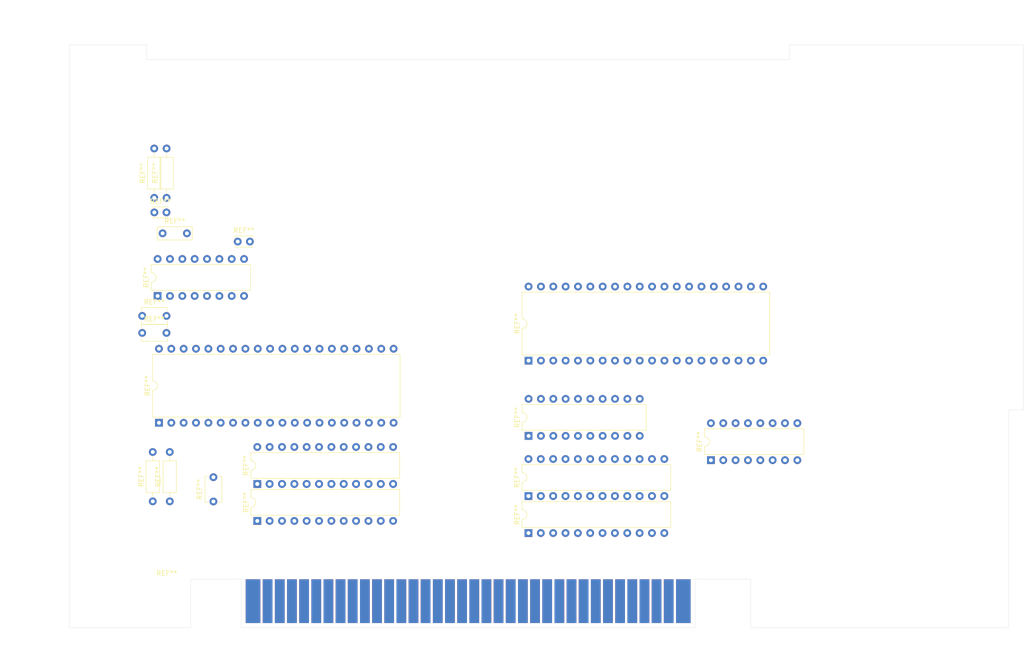
<source format=kicad_pcb>
(kicad_pcb (version 20171130) (host pcbnew "(5.1.2)-2")

  (general
    (thickness 1.6)
    (drawings 24)
    (tracks 0)
    (zones 0)
    (modules 20)
    (nets 1)
  )

  (page A4)
  (layers
    (0 F.Cu signal)
    (31 B.Cu signal)
    (32 B.Adhes user)
    (33 F.Adhes user)
    (34 B.Paste user)
    (35 F.Paste user)
    (36 B.SilkS user)
    (37 F.SilkS user)
    (38 B.Mask user)
    (39 F.Mask user)
    (40 Dwgs.User user)
    (41 Cmts.User user)
    (42 Eco1.User user)
    (43 Eco2.User user)
    (44 Edge.Cuts user)
    (45 Margin user)
    (46 B.CrtYd user)
    (47 F.CrtYd user)
    (48 B.Fab user)
    (49 F.Fab user)
  )

  (setup
    (last_trace_width 0.25)
    (trace_clearance 0.2)
    (zone_clearance 0.508)
    (zone_45_only no)
    (trace_min 0.2)
    (via_size 0.8)
    (via_drill 0.4)
    (via_min_size 0.4)
    (via_min_drill 0.3)
    (uvia_size 0.3)
    (uvia_drill 0.1)
    (uvias_allowed no)
    (uvia_min_size 0.2)
    (uvia_min_drill 0.1)
    (edge_width 0.05)
    (segment_width 0.2)
    (pcb_text_width 0.3)
    (pcb_text_size 1.5 1.5)
    (mod_edge_width 0.12)
    (mod_text_size 1 1)
    (mod_text_width 0.15)
    (pad_size 1.524 1.524)
    (pad_drill 0.762)
    (pad_to_mask_clearance 0.051)
    (solder_mask_min_width 0.25)
    (aux_axis_origin 0 0)
    (grid_origin 12.075 197.925)
    (visible_elements 7FFFFFFF)
    (pcbplotparams
      (layerselection 0x010fc_ffffffff)
      (usegerberextensions false)
      (usegerberattributes false)
      (usegerberadvancedattributes false)
      (creategerberjobfile false)
      (excludeedgelayer true)
      (linewidth 0.100000)
      (plotframeref false)
      (viasonmask false)
      (mode 1)
      (useauxorigin false)
      (hpglpennumber 1)
      (hpglpenspeed 20)
      (hpglpendiameter 15.000000)
      (psnegative false)
      (psa4output false)
      (plotreference true)
      (plotvalue true)
      (plotinvisibletext false)
      (padsonsilk false)
      (subtractmaskfromsilk false)
      (outputformat 1)
      (mirror false)
      (drillshape 1)
      (scaleselection 1)
      (outputdirectory ""))
  )

  (net 0 "")

  (net_class Default "This is the default net class."
    (clearance 0.2)
    (trace_width 0.25)
    (via_dia 0.8)
    (via_drill 0.4)
    (uvia_dia 0.3)
    (uvia_drill 0.1)
  )

  (module Package_DIP:DIP-16_W7.62mm (layer F.Cu) (tedit 5A02E8C5) (tstamp 5D5163A1)
    (at 144.075 163.425 90)
    (descr "16-lead though-hole mounted DIP package, row spacing 7.62 mm (300 mils)")
    (tags "THT DIP DIL PDIP 2.54mm 7.62mm 300mil")
    (fp_text reference REF** (at 3.81 -2.33 90) (layer F.SilkS)
      (effects (font (size 1 1) (thickness 0.15)))
    )
    (fp_text value DIP-16_W7.62mm (at 3.81 20.11 90) (layer F.Fab)
      (effects (font (size 1 1) (thickness 0.15)))
    )
    (fp_text user %R (at 3.81 8.89 90) (layer F.Fab)
      (effects (font (size 1 1) (thickness 0.15)))
    )
    (fp_line (start 8.7 -1.55) (end -1.1 -1.55) (layer F.CrtYd) (width 0.05))
    (fp_line (start 8.7 19.3) (end 8.7 -1.55) (layer F.CrtYd) (width 0.05))
    (fp_line (start -1.1 19.3) (end 8.7 19.3) (layer F.CrtYd) (width 0.05))
    (fp_line (start -1.1 -1.55) (end -1.1 19.3) (layer F.CrtYd) (width 0.05))
    (fp_line (start 6.46 -1.33) (end 4.81 -1.33) (layer F.SilkS) (width 0.12))
    (fp_line (start 6.46 19.11) (end 6.46 -1.33) (layer F.SilkS) (width 0.12))
    (fp_line (start 1.16 19.11) (end 6.46 19.11) (layer F.SilkS) (width 0.12))
    (fp_line (start 1.16 -1.33) (end 1.16 19.11) (layer F.SilkS) (width 0.12))
    (fp_line (start 2.81 -1.33) (end 1.16 -1.33) (layer F.SilkS) (width 0.12))
    (fp_line (start 0.635 -0.27) (end 1.635 -1.27) (layer F.Fab) (width 0.1))
    (fp_line (start 0.635 19.05) (end 0.635 -0.27) (layer F.Fab) (width 0.1))
    (fp_line (start 6.985 19.05) (end 0.635 19.05) (layer F.Fab) (width 0.1))
    (fp_line (start 6.985 -1.27) (end 6.985 19.05) (layer F.Fab) (width 0.1))
    (fp_line (start 1.635 -1.27) (end 6.985 -1.27) (layer F.Fab) (width 0.1))
    (fp_arc (start 3.81 -1.33) (end 2.81 -1.33) (angle -180) (layer F.SilkS) (width 0.12))
    (pad 16 thru_hole oval (at 7.62 0 90) (size 1.6 1.6) (drill 0.8) (layers *.Cu *.Mask))
    (pad 8 thru_hole oval (at 0 17.78 90) (size 1.6 1.6) (drill 0.8) (layers *.Cu *.Mask))
    (pad 15 thru_hole oval (at 7.62 2.54 90) (size 1.6 1.6) (drill 0.8) (layers *.Cu *.Mask))
    (pad 7 thru_hole oval (at 0 15.24 90) (size 1.6 1.6) (drill 0.8) (layers *.Cu *.Mask))
    (pad 14 thru_hole oval (at 7.62 5.08 90) (size 1.6 1.6) (drill 0.8) (layers *.Cu *.Mask))
    (pad 6 thru_hole oval (at 0 12.7 90) (size 1.6 1.6) (drill 0.8) (layers *.Cu *.Mask))
    (pad 13 thru_hole oval (at 7.62 7.62 90) (size 1.6 1.6) (drill 0.8) (layers *.Cu *.Mask))
    (pad 5 thru_hole oval (at 0 10.16 90) (size 1.6 1.6) (drill 0.8) (layers *.Cu *.Mask))
    (pad 12 thru_hole oval (at 7.62 10.16 90) (size 1.6 1.6) (drill 0.8) (layers *.Cu *.Mask))
    (pad 4 thru_hole oval (at 0 7.62 90) (size 1.6 1.6) (drill 0.8) (layers *.Cu *.Mask))
    (pad 11 thru_hole oval (at 7.62 12.7 90) (size 1.6 1.6) (drill 0.8) (layers *.Cu *.Mask))
    (pad 3 thru_hole oval (at 0 5.08 90) (size 1.6 1.6) (drill 0.8) (layers *.Cu *.Mask))
    (pad 10 thru_hole oval (at 7.62 15.24 90) (size 1.6 1.6) (drill 0.8) (layers *.Cu *.Mask))
    (pad 2 thru_hole oval (at 0 2.54 90) (size 1.6 1.6) (drill 0.8) (layers *.Cu *.Mask))
    (pad 9 thru_hole oval (at 7.62 17.78 90) (size 1.6 1.6) (drill 0.8) (layers *.Cu *.Mask))
    (pad 1 thru_hole rect (at 0 0 90) (size 1.6 1.6) (drill 0.8) (layers *.Cu *.Mask))
    (model ${KISYS3DMOD}/Package_DIP.3dshapes/DIP-16_W7.62mm.wrl
      (at (xyz 0 0 0))
      (scale (xyz 1 1 1))
      (rotate (xyz 0 0 0))
    )
  )

  (module Package_DIP:DIP-20_W7.62mm (layer F.Cu) (tedit 5A02E8C5) (tstamp 5D516020)
    (at 106.575 158.425 90)
    (descr "20-lead though-hole mounted DIP package, row spacing 7.62 mm (300 mils)")
    (tags "THT DIP DIL PDIP 2.54mm 7.62mm 300mil")
    (fp_text reference REF** (at 3.81 -2.33 90) (layer F.SilkS)
      (effects (font (size 1 1) (thickness 0.15)))
    )
    (fp_text value DIP-20_W7.62mm (at 3.81 25.19 90) (layer F.Fab)
      (effects (font (size 1 1) (thickness 0.15)))
    )
    (fp_text user %R (at 3.81 11.43 90) (layer F.Fab)
      (effects (font (size 1 1) (thickness 0.15)))
    )
    (fp_line (start 8.7 -1.55) (end -1.1 -1.55) (layer F.CrtYd) (width 0.05))
    (fp_line (start 8.7 24.4) (end 8.7 -1.55) (layer F.CrtYd) (width 0.05))
    (fp_line (start -1.1 24.4) (end 8.7 24.4) (layer F.CrtYd) (width 0.05))
    (fp_line (start -1.1 -1.55) (end -1.1 24.4) (layer F.CrtYd) (width 0.05))
    (fp_line (start 6.46 -1.33) (end 4.81 -1.33) (layer F.SilkS) (width 0.12))
    (fp_line (start 6.46 24.19) (end 6.46 -1.33) (layer F.SilkS) (width 0.12))
    (fp_line (start 1.16 24.19) (end 6.46 24.19) (layer F.SilkS) (width 0.12))
    (fp_line (start 1.16 -1.33) (end 1.16 24.19) (layer F.SilkS) (width 0.12))
    (fp_line (start 2.81 -1.33) (end 1.16 -1.33) (layer F.SilkS) (width 0.12))
    (fp_line (start 0.635 -0.27) (end 1.635 -1.27) (layer F.Fab) (width 0.1))
    (fp_line (start 0.635 24.13) (end 0.635 -0.27) (layer F.Fab) (width 0.1))
    (fp_line (start 6.985 24.13) (end 0.635 24.13) (layer F.Fab) (width 0.1))
    (fp_line (start 6.985 -1.27) (end 6.985 24.13) (layer F.Fab) (width 0.1))
    (fp_line (start 1.635 -1.27) (end 6.985 -1.27) (layer F.Fab) (width 0.1))
    (fp_arc (start 3.81 -1.33) (end 2.81 -1.33) (angle -180) (layer F.SilkS) (width 0.12))
    (pad 20 thru_hole oval (at 7.62 0 90) (size 1.6 1.6) (drill 0.8) (layers *.Cu *.Mask))
    (pad 10 thru_hole oval (at 0 22.86 90) (size 1.6 1.6) (drill 0.8) (layers *.Cu *.Mask))
    (pad 19 thru_hole oval (at 7.62 2.54 90) (size 1.6 1.6) (drill 0.8) (layers *.Cu *.Mask))
    (pad 9 thru_hole oval (at 0 20.32 90) (size 1.6 1.6) (drill 0.8) (layers *.Cu *.Mask))
    (pad 18 thru_hole oval (at 7.62 5.08 90) (size 1.6 1.6) (drill 0.8) (layers *.Cu *.Mask))
    (pad 8 thru_hole oval (at 0 17.78 90) (size 1.6 1.6) (drill 0.8) (layers *.Cu *.Mask))
    (pad 17 thru_hole oval (at 7.62 7.62 90) (size 1.6 1.6) (drill 0.8) (layers *.Cu *.Mask))
    (pad 7 thru_hole oval (at 0 15.24 90) (size 1.6 1.6) (drill 0.8) (layers *.Cu *.Mask))
    (pad 16 thru_hole oval (at 7.62 10.16 90) (size 1.6 1.6) (drill 0.8) (layers *.Cu *.Mask))
    (pad 6 thru_hole oval (at 0 12.7 90) (size 1.6 1.6) (drill 0.8) (layers *.Cu *.Mask))
    (pad 15 thru_hole oval (at 7.62 12.7 90) (size 1.6 1.6) (drill 0.8) (layers *.Cu *.Mask))
    (pad 5 thru_hole oval (at 0 10.16 90) (size 1.6 1.6) (drill 0.8) (layers *.Cu *.Mask))
    (pad 14 thru_hole oval (at 7.62 15.24 90) (size 1.6 1.6) (drill 0.8) (layers *.Cu *.Mask))
    (pad 4 thru_hole oval (at 0 7.62 90) (size 1.6 1.6) (drill 0.8) (layers *.Cu *.Mask))
    (pad 13 thru_hole oval (at 7.62 17.78 90) (size 1.6 1.6) (drill 0.8) (layers *.Cu *.Mask))
    (pad 3 thru_hole oval (at 0 5.08 90) (size 1.6 1.6) (drill 0.8) (layers *.Cu *.Mask))
    (pad 12 thru_hole oval (at 7.62 20.32 90) (size 1.6 1.6) (drill 0.8) (layers *.Cu *.Mask))
    (pad 2 thru_hole oval (at 0 2.54 90) (size 1.6 1.6) (drill 0.8) (layers *.Cu *.Mask))
    (pad 11 thru_hole oval (at 7.62 22.86 90) (size 1.6 1.6) (drill 0.8) (layers *.Cu *.Mask))
    (pad 1 thru_hole rect (at 0 0 90) (size 1.6 1.6) (drill 0.8) (layers *.Cu *.Mask))
    (model ${KISYS3DMOD}/Package_DIP.3dshapes/DIP-20_W7.62mm.wrl
      (at (xyz 0 0 0))
      (scale (xyz 1 1 1))
      (rotate (xyz 0 0 0))
    )
  )

  (module Package_DIP:DIP-40_W15.24mm (layer F.Cu) (tedit 5A02E8C5) (tstamp 5D515E09)
    (at 106.575 142.925 90)
    (descr "40-lead though-hole mounted DIP package, row spacing 15.24 mm (600 mils)")
    (tags "THT DIP DIL PDIP 2.54mm 15.24mm 600mil")
    (fp_text reference REF** (at 7.62 -2.33 90) (layer F.SilkS)
      (effects (font (size 1 1) (thickness 0.15)))
    )
    (fp_text value DIP-40_W15.24mm (at 7.62 50.59 90) (layer F.Fab)
      (effects (font (size 1 1) (thickness 0.15)))
    )
    (fp_arc (start 7.62 -1.33) (end 6.62 -1.33) (angle -180) (layer F.SilkS) (width 0.12))
    (fp_line (start 1.255 -1.27) (end 14.985 -1.27) (layer F.Fab) (width 0.1))
    (fp_line (start 14.985 -1.27) (end 14.985 49.53) (layer F.Fab) (width 0.1))
    (fp_line (start 14.985 49.53) (end 0.255 49.53) (layer F.Fab) (width 0.1))
    (fp_line (start 0.255 49.53) (end 0.255 -0.27) (layer F.Fab) (width 0.1))
    (fp_line (start 0.255 -0.27) (end 1.255 -1.27) (layer F.Fab) (width 0.1))
    (fp_line (start 6.62 -1.33) (end 1.16 -1.33) (layer F.SilkS) (width 0.12))
    (fp_line (start 1.16 -1.33) (end 1.16 49.59) (layer F.SilkS) (width 0.12))
    (fp_line (start 1.16 49.59) (end 14.08 49.59) (layer F.SilkS) (width 0.12))
    (fp_line (start 14.08 49.59) (end 14.08 -1.33) (layer F.SilkS) (width 0.12))
    (fp_line (start 14.08 -1.33) (end 8.62 -1.33) (layer F.SilkS) (width 0.12))
    (fp_line (start -1.05 -1.55) (end -1.05 49.8) (layer F.CrtYd) (width 0.05))
    (fp_line (start -1.05 49.8) (end 16.3 49.8) (layer F.CrtYd) (width 0.05))
    (fp_line (start 16.3 49.8) (end 16.3 -1.55) (layer F.CrtYd) (width 0.05))
    (fp_line (start 16.3 -1.55) (end -1.05 -1.55) (layer F.CrtYd) (width 0.05))
    (fp_text user %R (at 7.62 24.13 90) (layer F.Fab)
      (effects (font (size 1 1) (thickness 0.15)))
    )
    (pad 1 thru_hole rect (at 0 0 90) (size 1.6 1.6) (drill 0.8) (layers *.Cu *.Mask))
    (pad 21 thru_hole oval (at 15.24 48.26 90) (size 1.6 1.6) (drill 0.8) (layers *.Cu *.Mask))
    (pad 2 thru_hole oval (at 0 2.54 90) (size 1.6 1.6) (drill 0.8) (layers *.Cu *.Mask))
    (pad 22 thru_hole oval (at 15.24 45.72 90) (size 1.6 1.6) (drill 0.8) (layers *.Cu *.Mask))
    (pad 3 thru_hole oval (at 0 5.08 90) (size 1.6 1.6) (drill 0.8) (layers *.Cu *.Mask))
    (pad 23 thru_hole oval (at 15.24 43.18 90) (size 1.6 1.6) (drill 0.8) (layers *.Cu *.Mask))
    (pad 4 thru_hole oval (at 0 7.62 90) (size 1.6 1.6) (drill 0.8) (layers *.Cu *.Mask))
    (pad 24 thru_hole oval (at 15.24 40.64 90) (size 1.6 1.6) (drill 0.8) (layers *.Cu *.Mask))
    (pad 5 thru_hole oval (at 0 10.16 90) (size 1.6 1.6) (drill 0.8) (layers *.Cu *.Mask))
    (pad 25 thru_hole oval (at 15.24 38.1 90) (size 1.6 1.6) (drill 0.8) (layers *.Cu *.Mask))
    (pad 6 thru_hole oval (at 0 12.7 90) (size 1.6 1.6) (drill 0.8) (layers *.Cu *.Mask))
    (pad 26 thru_hole oval (at 15.24 35.56 90) (size 1.6 1.6) (drill 0.8) (layers *.Cu *.Mask))
    (pad 7 thru_hole oval (at 0 15.24 90) (size 1.6 1.6) (drill 0.8) (layers *.Cu *.Mask))
    (pad 27 thru_hole oval (at 15.24 33.02 90) (size 1.6 1.6) (drill 0.8) (layers *.Cu *.Mask))
    (pad 8 thru_hole oval (at 0 17.78 90) (size 1.6 1.6) (drill 0.8) (layers *.Cu *.Mask))
    (pad 28 thru_hole oval (at 15.24 30.48 90) (size 1.6 1.6) (drill 0.8) (layers *.Cu *.Mask))
    (pad 9 thru_hole oval (at 0 20.32 90) (size 1.6 1.6) (drill 0.8) (layers *.Cu *.Mask))
    (pad 29 thru_hole oval (at 15.24 27.94 90) (size 1.6 1.6) (drill 0.8) (layers *.Cu *.Mask))
    (pad 10 thru_hole oval (at 0 22.86 90) (size 1.6 1.6) (drill 0.8) (layers *.Cu *.Mask))
    (pad 30 thru_hole oval (at 15.24 25.4 90) (size 1.6 1.6) (drill 0.8) (layers *.Cu *.Mask))
    (pad 11 thru_hole oval (at 0 25.4 90) (size 1.6 1.6) (drill 0.8) (layers *.Cu *.Mask))
    (pad 31 thru_hole oval (at 15.24 22.86 90) (size 1.6 1.6) (drill 0.8) (layers *.Cu *.Mask))
    (pad 12 thru_hole oval (at 0 27.94 90) (size 1.6 1.6) (drill 0.8) (layers *.Cu *.Mask))
    (pad 32 thru_hole oval (at 15.24 20.32 90) (size 1.6 1.6) (drill 0.8) (layers *.Cu *.Mask))
    (pad 13 thru_hole oval (at 0 30.48 90) (size 1.6 1.6) (drill 0.8) (layers *.Cu *.Mask))
    (pad 33 thru_hole oval (at 15.24 17.78 90) (size 1.6 1.6) (drill 0.8) (layers *.Cu *.Mask))
    (pad 14 thru_hole oval (at 0 33.02 90) (size 1.6 1.6) (drill 0.8) (layers *.Cu *.Mask))
    (pad 34 thru_hole oval (at 15.24 15.24 90) (size 1.6 1.6) (drill 0.8) (layers *.Cu *.Mask))
    (pad 15 thru_hole oval (at 0 35.56 90) (size 1.6 1.6) (drill 0.8) (layers *.Cu *.Mask))
    (pad 35 thru_hole oval (at 15.24 12.7 90) (size 1.6 1.6) (drill 0.8) (layers *.Cu *.Mask))
    (pad 16 thru_hole oval (at 0 38.1 90) (size 1.6 1.6) (drill 0.8) (layers *.Cu *.Mask))
    (pad 36 thru_hole oval (at 15.24 10.16 90) (size 1.6 1.6) (drill 0.8) (layers *.Cu *.Mask))
    (pad 17 thru_hole oval (at 0 40.64 90) (size 1.6 1.6) (drill 0.8) (layers *.Cu *.Mask))
    (pad 37 thru_hole oval (at 15.24 7.62 90) (size 1.6 1.6) (drill 0.8) (layers *.Cu *.Mask))
    (pad 18 thru_hole oval (at 0 43.18 90) (size 1.6 1.6) (drill 0.8) (layers *.Cu *.Mask))
    (pad 38 thru_hole oval (at 15.24 5.08 90) (size 1.6 1.6) (drill 0.8) (layers *.Cu *.Mask))
    (pad 19 thru_hole oval (at 0 45.72 90) (size 1.6 1.6) (drill 0.8) (layers *.Cu *.Mask))
    (pad 39 thru_hole oval (at 15.24 2.54 90) (size 1.6 1.6) (drill 0.8) (layers *.Cu *.Mask))
    (pad 20 thru_hole oval (at 0 48.26 90) (size 1.6 1.6) (drill 0.8) (layers *.Cu *.Mask))
    (pad 40 thru_hole oval (at 15.24 0 90) (size 1.6 1.6) (drill 0.8) (layers *.Cu *.Mask))
    (model ${KISYS3DMOD}/Package_DIP.3dshapes/DIP-40_W15.24mm.wrl
      (at (xyz 0 0 0))
      (scale (xyz 1 1 1))
      (rotate (xyz 0 0 0))
    )
  )

  (module Resistor_THT:R_Axial_DIN0207_L6.3mm_D2.5mm_P10.16mm_Horizontal (layer F.Cu) (tedit 5AE5139B) (tstamp 5D515BB6)
    (at 32.125 109.425 90)
    (descr "Resistor, Axial_DIN0207 series, Axial, Horizontal, pin pitch=10.16mm, 0.25W = 1/4W, length*diameter=6.3*2.5mm^2, http://cdn-reichelt.de/documents/datenblatt/B400/1_4W%23YAG.pdf")
    (tags "Resistor Axial_DIN0207 series Axial Horizontal pin pitch 10.16mm 0.25W = 1/4W length 6.3mm diameter 2.5mm")
    (fp_text reference REF** (at 5.08 -2.37 90) (layer F.SilkS)
      (effects (font (size 1 1) (thickness 0.15)))
    )
    (fp_text value R_Axial_DIN0207_L6.3mm_D2.5mm_P10.16mm_Horizontal (at 5.08 2.37 90) (layer F.Fab)
      (effects (font (size 1 1) (thickness 0.15)))
    )
    (fp_text user %R (at 5.08 0 90) (layer F.Fab)
      (effects (font (size 1 1) (thickness 0.15)))
    )
    (fp_line (start 11.21 -1.5) (end -1.05 -1.5) (layer F.CrtYd) (width 0.05))
    (fp_line (start 11.21 1.5) (end 11.21 -1.5) (layer F.CrtYd) (width 0.05))
    (fp_line (start -1.05 1.5) (end 11.21 1.5) (layer F.CrtYd) (width 0.05))
    (fp_line (start -1.05 -1.5) (end -1.05 1.5) (layer F.CrtYd) (width 0.05))
    (fp_line (start 9.12 0) (end 8.35 0) (layer F.SilkS) (width 0.12))
    (fp_line (start 1.04 0) (end 1.81 0) (layer F.SilkS) (width 0.12))
    (fp_line (start 8.35 -1.37) (end 1.81 -1.37) (layer F.SilkS) (width 0.12))
    (fp_line (start 8.35 1.37) (end 8.35 -1.37) (layer F.SilkS) (width 0.12))
    (fp_line (start 1.81 1.37) (end 8.35 1.37) (layer F.SilkS) (width 0.12))
    (fp_line (start 1.81 -1.37) (end 1.81 1.37) (layer F.SilkS) (width 0.12))
    (fp_line (start 10.16 0) (end 8.23 0) (layer F.Fab) (width 0.1))
    (fp_line (start 0 0) (end 1.93 0) (layer F.Fab) (width 0.1))
    (fp_line (start 8.23 -1.25) (end 1.93 -1.25) (layer F.Fab) (width 0.1))
    (fp_line (start 8.23 1.25) (end 8.23 -1.25) (layer F.Fab) (width 0.1))
    (fp_line (start 1.93 1.25) (end 8.23 1.25) (layer F.Fab) (width 0.1))
    (fp_line (start 1.93 -1.25) (end 1.93 1.25) (layer F.Fab) (width 0.1))
    (pad 2 thru_hole oval (at 10.16 0 90) (size 1.6 1.6) (drill 0.8) (layers *.Cu *.Mask))
    (pad 1 thru_hole circle (at 0 0 90) (size 1.6 1.6) (drill 0.8) (layers *.Cu *.Mask))
    (model ${KISYS3DMOD}/Resistor_THT.3dshapes/R_Axial_DIN0207_L6.3mm_D2.5mm_P10.16mm_Horizontal.wrl
      (at (xyz 0 0 0))
      (scale (xyz 1 1 1))
      (rotate (xyz 0 0 0))
    )
  )

  (module Resistor_THT:R_Axial_DIN0207_L6.3mm_D2.5mm_P10.16mm_Horizontal (layer F.Cu) (tedit 5AE5139B) (tstamp 5D515B8A)
    (at 29.575 109.425 90)
    (descr "Resistor, Axial_DIN0207 series, Axial, Horizontal, pin pitch=10.16mm, 0.25W = 1/4W, length*diameter=6.3*2.5mm^2, http://cdn-reichelt.de/documents/datenblatt/B400/1_4W%23YAG.pdf")
    (tags "Resistor Axial_DIN0207 series Axial Horizontal pin pitch 10.16mm 0.25W = 1/4W length 6.3mm diameter 2.5mm")
    (fp_text reference REF** (at 5.08 -2.37 90) (layer F.SilkS)
      (effects (font (size 1 1) (thickness 0.15)))
    )
    (fp_text value R_Axial_DIN0207_L6.3mm_D2.5mm_P10.16mm_Horizontal (at 5.08 2.37 90) (layer F.Fab)
      (effects (font (size 1 1) (thickness 0.15)))
    )
    (fp_line (start 1.93 -1.25) (end 1.93 1.25) (layer F.Fab) (width 0.1))
    (fp_line (start 1.93 1.25) (end 8.23 1.25) (layer F.Fab) (width 0.1))
    (fp_line (start 8.23 1.25) (end 8.23 -1.25) (layer F.Fab) (width 0.1))
    (fp_line (start 8.23 -1.25) (end 1.93 -1.25) (layer F.Fab) (width 0.1))
    (fp_line (start 0 0) (end 1.93 0) (layer F.Fab) (width 0.1))
    (fp_line (start 10.16 0) (end 8.23 0) (layer F.Fab) (width 0.1))
    (fp_line (start 1.81 -1.37) (end 1.81 1.37) (layer F.SilkS) (width 0.12))
    (fp_line (start 1.81 1.37) (end 8.35 1.37) (layer F.SilkS) (width 0.12))
    (fp_line (start 8.35 1.37) (end 8.35 -1.37) (layer F.SilkS) (width 0.12))
    (fp_line (start 8.35 -1.37) (end 1.81 -1.37) (layer F.SilkS) (width 0.12))
    (fp_line (start 1.04 0) (end 1.81 0) (layer F.SilkS) (width 0.12))
    (fp_line (start 9.12 0) (end 8.35 0) (layer F.SilkS) (width 0.12))
    (fp_line (start -1.05 -1.5) (end -1.05 1.5) (layer F.CrtYd) (width 0.05))
    (fp_line (start -1.05 1.5) (end 11.21 1.5) (layer F.CrtYd) (width 0.05))
    (fp_line (start 11.21 1.5) (end 11.21 -1.5) (layer F.CrtYd) (width 0.05))
    (fp_line (start 11.21 -1.5) (end -1.05 -1.5) (layer F.CrtYd) (width 0.05))
    (fp_text user %R (at 5.08 0 90) (layer F.Fab)
      (effects (font (size 1 1) (thickness 0.15)))
    )
    (pad 1 thru_hole circle (at 0 0 90) (size 1.6 1.6) (drill 0.8) (layers *.Cu *.Mask))
    (pad 2 thru_hole oval (at 10.16 0 90) (size 1.6 1.6) (drill 0.8) (layers *.Cu *.Mask))
    (model ${KISYS3DMOD}/Resistor_THT.3dshapes/R_Axial_DIN0207_L6.3mm_D2.5mm_P10.16mm_Horizontal.wrl
      (at (xyz 0 0 0))
      (scale (xyz 1 1 1))
      (rotate (xyz 0 0 0))
    )
  )

  (module Capacitor_THT:C_Disc_D3.0mm_W2.0mm_P2.50mm (layer F.Cu) (tedit 5AE50EF0) (tstamp 5D515A8A)
    (at 29.6 112.425)
    (descr "C, Disc series, Radial, pin pitch=2.50mm, , diameter*width=3*2mm^2, Capacitor")
    (tags "C Disc series Radial pin pitch 2.50mm  diameter 3mm width 2mm Capacitor")
    (fp_text reference REF** (at 1.25 -2.25) (layer F.SilkS)
      (effects (font (size 1 1) (thickness 0.15)))
    )
    (fp_text value C_Disc_D3.0mm_W2.0mm_P2.50mm (at 1.25 2.25) (layer F.Fab)
      (effects (font (size 1 1) (thickness 0.15)))
    )
    (fp_text user %R (at 1.25 0) (layer F.Fab)
      (effects (font (size 0.6 0.6) (thickness 0.09)))
    )
    (fp_line (start 3.55 -1.25) (end -1.05 -1.25) (layer F.CrtYd) (width 0.05))
    (fp_line (start 3.55 1.25) (end 3.55 -1.25) (layer F.CrtYd) (width 0.05))
    (fp_line (start -1.05 1.25) (end 3.55 1.25) (layer F.CrtYd) (width 0.05))
    (fp_line (start -1.05 -1.25) (end -1.05 1.25) (layer F.CrtYd) (width 0.05))
    (fp_line (start 2.87 1.055) (end 2.87 1.12) (layer F.SilkS) (width 0.12))
    (fp_line (start 2.87 -1.12) (end 2.87 -1.055) (layer F.SilkS) (width 0.12))
    (fp_line (start -0.37 1.055) (end -0.37 1.12) (layer F.SilkS) (width 0.12))
    (fp_line (start -0.37 -1.12) (end -0.37 -1.055) (layer F.SilkS) (width 0.12))
    (fp_line (start -0.37 1.12) (end 2.87 1.12) (layer F.SilkS) (width 0.12))
    (fp_line (start -0.37 -1.12) (end 2.87 -1.12) (layer F.SilkS) (width 0.12))
    (fp_line (start 2.75 -1) (end -0.25 -1) (layer F.Fab) (width 0.1))
    (fp_line (start 2.75 1) (end 2.75 -1) (layer F.Fab) (width 0.1))
    (fp_line (start -0.25 1) (end 2.75 1) (layer F.Fab) (width 0.1))
    (fp_line (start -0.25 -1) (end -0.25 1) (layer F.Fab) (width 0.1))
    (pad 2 thru_hole circle (at 2.5 0) (size 1.6 1.6) (drill 0.8) (layers *.Cu *.Mask))
    (pad 1 thru_hole circle (at 0 0) (size 1.6 1.6) (drill 0.8) (layers *.Cu *.Mask))
    (model ${KISYS3DMOD}/Capacitor_THT.3dshapes/C_Disc_D3.0mm_W2.0mm_P2.50mm.wrl
      (at (xyz 0 0 0))
      (scale (xyz 1 1 1))
      (rotate (xyz 0 0 0))
    )
  )

  (module Capacitor_THT:C_Disc_D7.0mm_W2.5mm_P5.00mm (layer F.Cu) (tedit 5AE50EF0) (tstamp 5D515918)
    (at 31.3 116.725)
    (descr "C, Disc series, Radial, pin pitch=5.00mm, , diameter*width=7*2.5mm^2, Capacitor, http://cdn-reichelt.de/documents/datenblatt/B300/DS_KERKO_TC.pdf")
    (tags "C Disc series Radial pin pitch 5.00mm  diameter 7mm width 2.5mm Capacitor")
    (fp_text reference REF** (at 2.5 -2.5) (layer F.SilkS)
      (effects (font (size 1 1) (thickness 0.15)))
    )
    (fp_text value C_Disc_D7.0mm_W2.5mm_P5.00mm (at 2.5 2.5) (layer F.Fab)
      (effects (font (size 1 1) (thickness 0.15)))
    )
    (fp_text user %R (at 2.5 0) (layer F.Fab)
      (effects (font (size 1 1) (thickness 0.15)))
    )
    (fp_line (start 6.25 -1.5) (end -1.25 -1.5) (layer F.CrtYd) (width 0.05))
    (fp_line (start 6.25 1.5) (end 6.25 -1.5) (layer F.CrtYd) (width 0.05))
    (fp_line (start -1.25 1.5) (end 6.25 1.5) (layer F.CrtYd) (width 0.05))
    (fp_line (start -1.25 -1.5) (end -1.25 1.5) (layer F.CrtYd) (width 0.05))
    (fp_line (start 6.12 -1.37) (end 6.12 1.37) (layer F.SilkS) (width 0.12))
    (fp_line (start -1.12 -1.37) (end -1.12 1.37) (layer F.SilkS) (width 0.12))
    (fp_line (start -1.12 1.37) (end 6.12 1.37) (layer F.SilkS) (width 0.12))
    (fp_line (start -1.12 -1.37) (end 6.12 -1.37) (layer F.SilkS) (width 0.12))
    (fp_line (start 6 -1.25) (end -1 -1.25) (layer F.Fab) (width 0.1))
    (fp_line (start 6 1.25) (end 6 -1.25) (layer F.Fab) (width 0.1))
    (fp_line (start -1 1.25) (end 6 1.25) (layer F.Fab) (width 0.1))
    (fp_line (start -1 -1.25) (end -1 1.25) (layer F.Fab) (width 0.1))
    (pad 2 thru_hole circle (at 5 0) (size 1.6 1.6) (drill 0.8) (layers *.Cu *.Mask))
    (pad 1 thru_hole circle (at 0 0) (size 1.6 1.6) (drill 0.8) (layers *.Cu *.Mask))
    (model ${KISYS3DMOD}/Capacitor_THT.3dshapes/C_Disc_D7.0mm_W2.5mm_P5.00mm.wrl
      (at (xyz 0 0 0))
      (scale (xyz 1 1 1))
      (rotate (xyz 0 0 0))
    )
  )

  (module Capacitor_THT:C_Disc_D3.4mm_W2.1mm_P2.50mm (layer F.Cu) (tedit 5AE50EF0) (tstamp 5D5156FC)
    (at 46.75 118.425)
    (descr "C, Disc series, Radial, pin pitch=2.50mm, , diameter*width=3.4*2.1mm^2, Capacitor, http://www.vishay.com/docs/45233/krseries.pdf")
    (tags "C Disc series Radial pin pitch 2.50mm  diameter 3.4mm width 2.1mm Capacitor")
    (fp_text reference REF** (at 1.25 -2.3) (layer F.SilkS)
      (effects (font (size 1 1) (thickness 0.15)))
    )
    (fp_text value C_Disc_D3.4mm_W2.1mm_P2.50mm (at 1.25 2.3) (layer F.Fab)
      (effects (font (size 1 1) (thickness 0.15)))
    )
    (fp_text user %R (at 1.25 0) (layer F.Fab)
      (effects (font (size 0.68 0.68) (thickness 0.102)))
    )
    (fp_line (start 3.55 -1.3) (end -1.05 -1.3) (layer F.CrtYd) (width 0.05))
    (fp_line (start 3.55 1.3) (end 3.55 -1.3) (layer F.CrtYd) (width 0.05))
    (fp_line (start -1.05 1.3) (end 3.55 1.3) (layer F.CrtYd) (width 0.05))
    (fp_line (start -1.05 -1.3) (end -1.05 1.3) (layer F.CrtYd) (width 0.05))
    (fp_line (start 3.07 0.925) (end 3.07 1.17) (layer F.SilkS) (width 0.12))
    (fp_line (start 3.07 -1.17) (end 3.07 -0.925) (layer F.SilkS) (width 0.12))
    (fp_line (start -0.57 0.925) (end -0.57 1.17) (layer F.SilkS) (width 0.12))
    (fp_line (start -0.57 -1.17) (end -0.57 -0.925) (layer F.SilkS) (width 0.12))
    (fp_line (start -0.57 1.17) (end 3.07 1.17) (layer F.SilkS) (width 0.12))
    (fp_line (start -0.57 -1.17) (end 3.07 -1.17) (layer F.SilkS) (width 0.12))
    (fp_line (start 2.95 -1.05) (end -0.45 -1.05) (layer F.Fab) (width 0.1))
    (fp_line (start 2.95 1.05) (end 2.95 -1.05) (layer F.Fab) (width 0.1))
    (fp_line (start -0.45 1.05) (end 2.95 1.05) (layer F.Fab) (width 0.1))
    (fp_line (start -0.45 -1.05) (end -0.45 1.05) (layer F.Fab) (width 0.1))
    (pad 2 thru_hole circle (at 2.5 0) (size 1.6 1.6) (drill 0.8) (layers *.Cu *.Mask))
    (pad 1 thru_hole circle (at 0 0) (size 1.6 1.6) (drill 0.8) (layers *.Cu *.Mask))
    (model ${KISYS3DMOD}/Capacitor_THT.3dshapes/C_Disc_D3.4mm_W2.1mm_P2.50mm.wrl
      (at (xyz 0 0 0))
      (scale (xyz 1 1 1))
      (rotate (xyz 0 0 0))
    )
  )

  (module Capacitor_THT:C_Disc_D5.1mm_W3.2mm_P5.00mm (layer F.Cu) (tedit 5AE50EF0) (tstamp 5D51561E)
    (at 27.1 133.725)
    (descr "C, Disc series, Radial, pin pitch=5.00mm, , diameter*width=5.1*3.2mm^2, Capacitor, http://www.vishay.com/docs/45233/krseries.pdf")
    (tags "C Disc series Radial pin pitch 5.00mm  diameter 5.1mm width 3.2mm Capacitor")
    (fp_text reference REF** (at 2.5 -2.85) (layer F.SilkS)
      (effects (font (size 1 1) (thickness 0.15)))
    )
    (fp_text value C_Disc_D5.1mm_W3.2mm_P5.00mm (at 2.5 2.85) (layer F.Fab)
      (effects (font (size 1 1) (thickness 0.15)))
    )
    (fp_line (start -0.05 -1.6) (end -0.05 1.6) (layer F.Fab) (width 0.1))
    (fp_line (start -0.05 1.6) (end 5.05 1.6) (layer F.Fab) (width 0.1))
    (fp_line (start 5.05 1.6) (end 5.05 -1.6) (layer F.Fab) (width 0.1))
    (fp_line (start 5.05 -1.6) (end -0.05 -1.6) (layer F.Fab) (width 0.1))
    (fp_line (start -0.17 -1.721) (end 5.17 -1.721) (layer F.SilkS) (width 0.12))
    (fp_line (start -0.17 1.721) (end 5.17 1.721) (layer F.SilkS) (width 0.12))
    (fp_line (start -0.17 -1.721) (end -0.17 -1.055) (layer F.SilkS) (width 0.12))
    (fp_line (start -0.17 1.055) (end -0.17 1.721) (layer F.SilkS) (width 0.12))
    (fp_line (start 5.17 -1.721) (end 5.17 -1.055) (layer F.SilkS) (width 0.12))
    (fp_line (start 5.17 1.055) (end 5.17 1.721) (layer F.SilkS) (width 0.12))
    (fp_line (start -1.05 -1.85) (end -1.05 1.85) (layer F.CrtYd) (width 0.05))
    (fp_line (start -1.05 1.85) (end 6.05 1.85) (layer F.CrtYd) (width 0.05))
    (fp_line (start 6.05 1.85) (end 6.05 -1.85) (layer F.CrtYd) (width 0.05))
    (fp_line (start 6.05 -1.85) (end -1.05 -1.85) (layer F.CrtYd) (width 0.05))
    (fp_text user %R (at 2.5 0) (layer F.Fab)
      (effects (font (size 1 1) (thickness 0.15)))
    )
    (pad 1 thru_hole circle (at 0 0) (size 1.6 1.6) (drill 0.8) (layers *.Cu *.Mask))
    (pad 2 thru_hole circle (at 5 0) (size 1.6 1.6) (drill 0.8) (layers *.Cu *.Mask))
    (model ${KISYS3DMOD}/Capacitor_THT.3dshapes/C_Disc_D5.1mm_W3.2mm_P5.00mm.wrl
      (at (xyz 0 0 0))
      (scale (xyz 1 1 1))
      (rotate (xyz 0 0 0))
    )
  )

  (module Capacitor_THT:C_Disc_D5.1mm_W3.2mm_P5.00mm (layer F.Cu) (tedit 5AE50EF0) (tstamp 5D51558A)
    (at 27.1 137.225)
    (descr "C, Disc series, Radial, pin pitch=5.00mm, , diameter*width=5.1*3.2mm^2, Capacitor, http://www.vishay.com/docs/45233/krseries.pdf")
    (tags "C Disc series Radial pin pitch 5.00mm  diameter 5.1mm width 3.2mm Capacitor")
    (fp_text reference REF** (at 2.5 -2.85) (layer F.SilkS)
      (effects (font (size 1 1) (thickness 0.15)))
    )
    (fp_text value C_Disc_D5.1mm_W3.2mm_P5.00mm (at 2.5 2.85) (layer F.Fab)
      (effects (font (size 1 1) (thickness 0.15)))
    )
    (fp_text user %R (at 2.5 0) (layer F.Fab)
      (effects (font (size 1 1) (thickness 0.15)))
    )
    (fp_line (start 6.05 -1.85) (end -1.05 -1.85) (layer F.CrtYd) (width 0.05))
    (fp_line (start 6.05 1.85) (end 6.05 -1.85) (layer F.CrtYd) (width 0.05))
    (fp_line (start -1.05 1.85) (end 6.05 1.85) (layer F.CrtYd) (width 0.05))
    (fp_line (start -1.05 -1.85) (end -1.05 1.85) (layer F.CrtYd) (width 0.05))
    (fp_line (start 5.17 1.055) (end 5.17 1.721) (layer F.SilkS) (width 0.12))
    (fp_line (start 5.17 -1.721) (end 5.17 -1.055) (layer F.SilkS) (width 0.12))
    (fp_line (start -0.17 1.055) (end -0.17 1.721) (layer F.SilkS) (width 0.12))
    (fp_line (start -0.17 -1.721) (end -0.17 -1.055) (layer F.SilkS) (width 0.12))
    (fp_line (start -0.17 1.721) (end 5.17 1.721) (layer F.SilkS) (width 0.12))
    (fp_line (start -0.17 -1.721) (end 5.17 -1.721) (layer F.SilkS) (width 0.12))
    (fp_line (start 5.05 -1.6) (end -0.05 -1.6) (layer F.Fab) (width 0.1))
    (fp_line (start 5.05 1.6) (end 5.05 -1.6) (layer F.Fab) (width 0.1))
    (fp_line (start -0.05 1.6) (end 5.05 1.6) (layer F.Fab) (width 0.1))
    (fp_line (start -0.05 -1.6) (end -0.05 1.6) (layer F.Fab) (width 0.1))
    (pad 2 thru_hole circle (at 5 0) (size 1.6 1.6) (drill 0.8) (layers *.Cu *.Mask))
    (pad 1 thru_hole circle (at 0 0) (size 1.6 1.6) (drill 0.8) (layers *.Cu *.Mask))
    (model ${KISYS3DMOD}/Capacitor_THT.3dshapes/C_Disc_D5.1mm_W3.2mm_P5.00mm.wrl
      (at (xyz 0 0 0))
      (scale (xyz 1 1 1))
      (rotate (xyz 0 0 0))
    )
  )

  (module Package_DIP:DIP-16_W7.62mm (layer F.Cu) (tedit 5A02E8C5) (tstamp 5D515453)
    (at 30.275 129.625 90)
    (descr "16-lead though-hole mounted DIP package, row spacing 7.62 mm (300 mils)")
    (tags "THT DIP DIL PDIP 2.54mm 7.62mm 300mil")
    (fp_text reference REF** (at 3.81 -2.33 90) (layer F.SilkS)
      (effects (font (size 1 1) (thickness 0.15)))
    )
    (fp_text value DIP-16_W7.62mm (at 3.81 20.11 90) (layer F.Fab)
      (effects (font (size 1 1) (thickness 0.15)))
    )
    (fp_text user %R (at 3.81 8.89 90) (layer F.Fab)
      (effects (font (size 1 1) (thickness 0.15)))
    )
    (fp_line (start 8.7 -1.55) (end -1.1 -1.55) (layer F.CrtYd) (width 0.05))
    (fp_line (start 8.7 19.3) (end 8.7 -1.55) (layer F.CrtYd) (width 0.05))
    (fp_line (start -1.1 19.3) (end 8.7 19.3) (layer F.CrtYd) (width 0.05))
    (fp_line (start -1.1 -1.55) (end -1.1 19.3) (layer F.CrtYd) (width 0.05))
    (fp_line (start 6.46 -1.33) (end 4.81 -1.33) (layer F.SilkS) (width 0.12))
    (fp_line (start 6.46 19.11) (end 6.46 -1.33) (layer F.SilkS) (width 0.12))
    (fp_line (start 1.16 19.11) (end 6.46 19.11) (layer F.SilkS) (width 0.12))
    (fp_line (start 1.16 -1.33) (end 1.16 19.11) (layer F.SilkS) (width 0.12))
    (fp_line (start 2.81 -1.33) (end 1.16 -1.33) (layer F.SilkS) (width 0.12))
    (fp_line (start 0.635 -0.27) (end 1.635 -1.27) (layer F.Fab) (width 0.1))
    (fp_line (start 0.635 19.05) (end 0.635 -0.27) (layer F.Fab) (width 0.1))
    (fp_line (start 6.985 19.05) (end 0.635 19.05) (layer F.Fab) (width 0.1))
    (fp_line (start 6.985 -1.27) (end 6.985 19.05) (layer F.Fab) (width 0.1))
    (fp_line (start 1.635 -1.27) (end 6.985 -1.27) (layer F.Fab) (width 0.1))
    (fp_arc (start 3.81 -1.33) (end 2.81 -1.33) (angle -180) (layer F.SilkS) (width 0.12))
    (pad 16 thru_hole oval (at 7.62 0 90) (size 1.6 1.6) (drill 0.8) (layers *.Cu *.Mask))
    (pad 8 thru_hole oval (at 0 17.78 90) (size 1.6 1.6) (drill 0.8) (layers *.Cu *.Mask))
    (pad 15 thru_hole oval (at 7.62 2.54 90) (size 1.6 1.6) (drill 0.8) (layers *.Cu *.Mask))
    (pad 7 thru_hole oval (at 0 15.24 90) (size 1.6 1.6) (drill 0.8) (layers *.Cu *.Mask))
    (pad 14 thru_hole oval (at 7.62 5.08 90) (size 1.6 1.6) (drill 0.8) (layers *.Cu *.Mask))
    (pad 6 thru_hole oval (at 0 12.7 90) (size 1.6 1.6) (drill 0.8) (layers *.Cu *.Mask))
    (pad 13 thru_hole oval (at 7.62 7.62 90) (size 1.6 1.6) (drill 0.8) (layers *.Cu *.Mask))
    (pad 5 thru_hole oval (at 0 10.16 90) (size 1.6 1.6) (drill 0.8) (layers *.Cu *.Mask))
    (pad 12 thru_hole oval (at 7.62 10.16 90) (size 1.6 1.6) (drill 0.8) (layers *.Cu *.Mask))
    (pad 4 thru_hole oval (at 0 7.62 90) (size 1.6 1.6) (drill 0.8) (layers *.Cu *.Mask))
    (pad 11 thru_hole oval (at 7.62 12.7 90) (size 1.6 1.6) (drill 0.8) (layers *.Cu *.Mask))
    (pad 3 thru_hole oval (at 0 5.08 90) (size 1.6 1.6) (drill 0.8) (layers *.Cu *.Mask))
    (pad 10 thru_hole oval (at 7.62 15.24 90) (size 1.6 1.6) (drill 0.8) (layers *.Cu *.Mask))
    (pad 2 thru_hole oval (at 0 2.54 90) (size 1.6 1.6) (drill 0.8) (layers *.Cu *.Mask))
    (pad 9 thru_hole oval (at 7.62 17.78 90) (size 1.6 1.6) (drill 0.8) (layers *.Cu *.Mask))
    (pad 1 thru_hole rect (at 0 0 90) (size 1.6 1.6) (drill 0.8) (layers *.Cu *.Mask))
    (model ${KISYS3DMOD}/Package_DIP.3dshapes/DIP-16_W7.62mm.wrl
      (at (xyz 0 0 0))
      (scale (xyz 1 1 1))
      (rotate (xyz 0 0 0))
    )
  )

  (module Package_DIP:DIP-40_W15.24mm (layer F.Cu) (tedit 5A02E8C5) (tstamp 5D515108)
    (at 30.55 155.725 90)
    (descr "40-lead though-hole mounted DIP package, row spacing 15.24 mm (600 mils)")
    (tags "THT DIP DIL PDIP 2.54mm 15.24mm 600mil")
    (fp_text reference REF** (at 7.62 -2.33 90) (layer F.SilkS)
      (effects (font (size 1 1) (thickness 0.15)))
    )
    (fp_text value DIP-40_W15.24mm (at 7.62 50.59 90) (layer F.Fab)
      (effects (font (size 1 1) (thickness 0.15)))
    )
    (fp_text user %R (at 7.62 24.13 90) (layer F.Fab)
      (effects (font (size 1 1) (thickness 0.15)))
    )
    (fp_line (start 16.3 -1.55) (end -1.05 -1.55) (layer F.CrtYd) (width 0.05))
    (fp_line (start 16.3 49.8) (end 16.3 -1.55) (layer F.CrtYd) (width 0.05))
    (fp_line (start -1.05 49.8) (end 16.3 49.8) (layer F.CrtYd) (width 0.05))
    (fp_line (start -1.05 -1.55) (end -1.05 49.8) (layer F.CrtYd) (width 0.05))
    (fp_line (start 14.08 -1.33) (end 8.62 -1.33) (layer F.SilkS) (width 0.12))
    (fp_line (start 14.08 49.59) (end 14.08 -1.33) (layer F.SilkS) (width 0.12))
    (fp_line (start 1.16 49.59) (end 14.08 49.59) (layer F.SilkS) (width 0.12))
    (fp_line (start 1.16 -1.33) (end 1.16 49.59) (layer F.SilkS) (width 0.12))
    (fp_line (start 6.62 -1.33) (end 1.16 -1.33) (layer F.SilkS) (width 0.12))
    (fp_line (start 0.255 -0.27) (end 1.255 -1.27) (layer F.Fab) (width 0.1))
    (fp_line (start 0.255 49.53) (end 0.255 -0.27) (layer F.Fab) (width 0.1))
    (fp_line (start 14.985 49.53) (end 0.255 49.53) (layer F.Fab) (width 0.1))
    (fp_line (start 14.985 -1.27) (end 14.985 49.53) (layer F.Fab) (width 0.1))
    (fp_line (start 1.255 -1.27) (end 14.985 -1.27) (layer F.Fab) (width 0.1))
    (fp_arc (start 7.62 -1.33) (end 6.62 -1.33) (angle -180) (layer F.SilkS) (width 0.12))
    (pad 40 thru_hole oval (at 15.24 0 90) (size 1.6 1.6) (drill 0.8) (layers *.Cu *.Mask))
    (pad 20 thru_hole oval (at 0 48.26 90) (size 1.6 1.6) (drill 0.8) (layers *.Cu *.Mask))
    (pad 39 thru_hole oval (at 15.24 2.54 90) (size 1.6 1.6) (drill 0.8) (layers *.Cu *.Mask))
    (pad 19 thru_hole oval (at 0 45.72 90) (size 1.6 1.6) (drill 0.8) (layers *.Cu *.Mask))
    (pad 38 thru_hole oval (at 15.24 5.08 90) (size 1.6 1.6) (drill 0.8) (layers *.Cu *.Mask))
    (pad 18 thru_hole oval (at 0 43.18 90) (size 1.6 1.6) (drill 0.8) (layers *.Cu *.Mask))
    (pad 37 thru_hole oval (at 15.24 7.62 90) (size 1.6 1.6) (drill 0.8) (layers *.Cu *.Mask))
    (pad 17 thru_hole oval (at 0 40.64 90) (size 1.6 1.6) (drill 0.8) (layers *.Cu *.Mask))
    (pad 36 thru_hole oval (at 15.24 10.16 90) (size 1.6 1.6) (drill 0.8) (layers *.Cu *.Mask))
    (pad 16 thru_hole oval (at 0 38.1 90) (size 1.6 1.6) (drill 0.8) (layers *.Cu *.Mask))
    (pad 35 thru_hole oval (at 15.24 12.7 90) (size 1.6 1.6) (drill 0.8) (layers *.Cu *.Mask))
    (pad 15 thru_hole oval (at 0 35.56 90) (size 1.6 1.6) (drill 0.8) (layers *.Cu *.Mask))
    (pad 34 thru_hole oval (at 15.24 15.24 90) (size 1.6 1.6) (drill 0.8) (layers *.Cu *.Mask))
    (pad 14 thru_hole oval (at 0 33.02 90) (size 1.6 1.6) (drill 0.8) (layers *.Cu *.Mask))
    (pad 33 thru_hole oval (at 15.24 17.78 90) (size 1.6 1.6) (drill 0.8) (layers *.Cu *.Mask))
    (pad 13 thru_hole oval (at 0 30.48 90) (size 1.6 1.6) (drill 0.8) (layers *.Cu *.Mask))
    (pad 32 thru_hole oval (at 15.24 20.32 90) (size 1.6 1.6) (drill 0.8) (layers *.Cu *.Mask))
    (pad 12 thru_hole oval (at 0 27.94 90) (size 1.6 1.6) (drill 0.8) (layers *.Cu *.Mask))
    (pad 31 thru_hole oval (at 15.24 22.86 90) (size 1.6 1.6) (drill 0.8) (layers *.Cu *.Mask))
    (pad 11 thru_hole oval (at 0 25.4 90) (size 1.6 1.6) (drill 0.8) (layers *.Cu *.Mask))
    (pad 30 thru_hole oval (at 15.24 25.4 90) (size 1.6 1.6) (drill 0.8) (layers *.Cu *.Mask))
    (pad 10 thru_hole oval (at 0 22.86 90) (size 1.6 1.6) (drill 0.8) (layers *.Cu *.Mask))
    (pad 29 thru_hole oval (at 15.24 27.94 90) (size 1.6 1.6) (drill 0.8) (layers *.Cu *.Mask))
    (pad 9 thru_hole oval (at 0 20.32 90) (size 1.6 1.6) (drill 0.8) (layers *.Cu *.Mask))
    (pad 28 thru_hole oval (at 15.24 30.48 90) (size 1.6 1.6) (drill 0.8) (layers *.Cu *.Mask))
    (pad 8 thru_hole oval (at 0 17.78 90) (size 1.6 1.6) (drill 0.8) (layers *.Cu *.Mask))
    (pad 27 thru_hole oval (at 15.24 33.02 90) (size 1.6 1.6) (drill 0.8) (layers *.Cu *.Mask))
    (pad 7 thru_hole oval (at 0 15.24 90) (size 1.6 1.6) (drill 0.8) (layers *.Cu *.Mask))
    (pad 26 thru_hole oval (at 15.24 35.56 90) (size 1.6 1.6) (drill 0.8) (layers *.Cu *.Mask))
    (pad 6 thru_hole oval (at 0 12.7 90) (size 1.6 1.6) (drill 0.8) (layers *.Cu *.Mask))
    (pad 25 thru_hole oval (at 15.24 38.1 90) (size 1.6 1.6) (drill 0.8) (layers *.Cu *.Mask))
    (pad 5 thru_hole oval (at 0 10.16 90) (size 1.6 1.6) (drill 0.8) (layers *.Cu *.Mask))
    (pad 24 thru_hole oval (at 15.24 40.64 90) (size 1.6 1.6) (drill 0.8) (layers *.Cu *.Mask))
    (pad 4 thru_hole oval (at 0 7.62 90) (size 1.6 1.6) (drill 0.8) (layers *.Cu *.Mask))
    (pad 23 thru_hole oval (at 15.24 43.18 90) (size 1.6 1.6) (drill 0.8) (layers *.Cu *.Mask))
    (pad 3 thru_hole oval (at 0 5.08 90) (size 1.6 1.6) (drill 0.8) (layers *.Cu *.Mask))
    (pad 22 thru_hole oval (at 15.24 45.72 90) (size 1.6 1.6) (drill 0.8) (layers *.Cu *.Mask))
    (pad 2 thru_hole oval (at 0 2.54 90) (size 1.6 1.6) (drill 0.8) (layers *.Cu *.Mask))
    (pad 21 thru_hole oval (at 15.24 48.26 90) (size 1.6 1.6) (drill 0.8) (layers *.Cu *.Mask))
    (pad 1 thru_hole rect (at 0 0 90) (size 1.6 1.6) (drill 0.8) (layers *.Cu *.Mask))
    (model ${KISYS3DMOD}/Package_DIP.3dshapes/DIP-40_W15.24mm.wrl
      (at (xyz 0 0 0))
      (scale (xyz 1 1 1))
      (rotate (xyz 0 0 0))
    )
  )

  (module Package_DIP:DIP-24_W7.62mm (layer F.Cu) (tedit 5A02E8C5) (tstamp 5D514F7F)
    (at 106.55 170.8 90)
    (descr "24-lead though-hole mounted DIP package, row spacing 7.62 mm (300 mils)")
    (tags "THT DIP DIL PDIP 2.54mm 7.62mm 300mil")
    (fp_text reference REF** (at 3.81 -2.33 90) (layer F.SilkS)
      (effects (font (size 1 1) (thickness 0.15)))
    )
    (fp_text value DIP-24_W7.62mm (at 3.81 30.27 90) (layer F.Fab)
      (effects (font (size 1 1) (thickness 0.15)))
    )
    (fp_text user %R (at 3.81 13.97 90) (layer F.Fab)
      (effects (font (size 1 1) (thickness 0.15)))
    )
    (fp_line (start 8.7 -1.55) (end -1.1 -1.55) (layer F.CrtYd) (width 0.05))
    (fp_line (start 8.7 29.5) (end 8.7 -1.55) (layer F.CrtYd) (width 0.05))
    (fp_line (start -1.1 29.5) (end 8.7 29.5) (layer F.CrtYd) (width 0.05))
    (fp_line (start -1.1 -1.55) (end -1.1 29.5) (layer F.CrtYd) (width 0.05))
    (fp_line (start 6.46 -1.33) (end 4.81 -1.33) (layer F.SilkS) (width 0.12))
    (fp_line (start 6.46 29.27) (end 6.46 -1.33) (layer F.SilkS) (width 0.12))
    (fp_line (start 1.16 29.27) (end 6.46 29.27) (layer F.SilkS) (width 0.12))
    (fp_line (start 1.16 -1.33) (end 1.16 29.27) (layer F.SilkS) (width 0.12))
    (fp_line (start 2.81 -1.33) (end 1.16 -1.33) (layer F.SilkS) (width 0.12))
    (fp_line (start 0.635 -0.27) (end 1.635 -1.27) (layer F.Fab) (width 0.1))
    (fp_line (start 0.635 29.21) (end 0.635 -0.27) (layer F.Fab) (width 0.1))
    (fp_line (start 6.985 29.21) (end 0.635 29.21) (layer F.Fab) (width 0.1))
    (fp_line (start 6.985 -1.27) (end 6.985 29.21) (layer F.Fab) (width 0.1))
    (fp_line (start 1.635 -1.27) (end 6.985 -1.27) (layer F.Fab) (width 0.1))
    (fp_arc (start 3.81 -1.33) (end 2.81 -1.33) (angle -180) (layer F.SilkS) (width 0.12))
    (pad 24 thru_hole oval (at 7.62 0 90) (size 1.6 1.6) (drill 0.8) (layers *.Cu *.Mask))
    (pad 12 thru_hole oval (at 0 27.94 90) (size 1.6 1.6) (drill 0.8) (layers *.Cu *.Mask))
    (pad 23 thru_hole oval (at 7.62 2.54 90) (size 1.6 1.6) (drill 0.8) (layers *.Cu *.Mask))
    (pad 11 thru_hole oval (at 0 25.4 90) (size 1.6 1.6) (drill 0.8) (layers *.Cu *.Mask))
    (pad 22 thru_hole oval (at 7.62 5.08 90) (size 1.6 1.6) (drill 0.8) (layers *.Cu *.Mask))
    (pad 10 thru_hole oval (at 0 22.86 90) (size 1.6 1.6) (drill 0.8) (layers *.Cu *.Mask))
    (pad 21 thru_hole oval (at 7.62 7.62 90) (size 1.6 1.6) (drill 0.8) (layers *.Cu *.Mask))
    (pad 9 thru_hole oval (at 0 20.32 90) (size 1.6 1.6) (drill 0.8) (layers *.Cu *.Mask))
    (pad 20 thru_hole oval (at 7.62 10.16 90) (size 1.6 1.6) (drill 0.8) (layers *.Cu *.Mask))
    (pad 8 thru_hole oval (at 0 17.78 90) (size 1.6 1.6) (drill 0.8) (layers *.Cu *.Mask))
    (pad 19 thru_hole oval (at 7.62 12.7 90) (size 1.6 1.6) (drill 0.8) (layers *.Cu *.Mask))
    (pad 7 thru_hole oval (at 0 15.24 90) (size 1.6 1.6) (drill 0.8) (layers *.Cu *.Mask))
    (pad 18 thru_hole oval (at 7.62 15.24 90) (size 1.6 1.6) (drill 0.8) (layers *.Cu *.Mask))
    (pad 6 thru_hole oval (at 0 12.7 90) (size 1.6 1.6) (drill 0.8) (layers *.Cu *.Mask))
    (pad 17 thru_hole oval (at 7.62 17.78 90) (size 1.6 1.6) (drill 0.8) (layers *.Cu *.Mask))
    (pad 5 thru_hole oval (at 0 10.16 90) (size 1.6 1.6) (drill 0.8) (layers *.Cu *.Mask))
    (pad 16 thru_hole oval (at 7.62 20.32 90) (size 1.6 1.6) (drill 0.8) (layers *.Cu *.Mask))
    (pad 4 thru_hole oval (at 0 7.62 90) (size 1.6 1.6) (drill 0.8) (layers *.Cu *.Mask))
    (pad 15 thru_hole oval (at 7.62 22.86 90) (size 1.6 1.6) (drill 0.8) (layers *.Cu *.Mask))
    (pad 3 thru_hole oval (at 0 5.08 90) (size 1.6 1.6) (drill 0.8) (layers *.Cu *.Mask))
    (pad 14 thru_hole oval (at 7.62 25.4 90) (size 1.6 1.6) (drill 0.8) (layers *.Cu *.Mask))
    (pad 2 thru_hole oval (at 0 2.54 90) (size 1.6 1.6) (drill 0.8) (layers *.Cu *.Mask))
    (pad 13 thru_hole oval (at 7.62 27.94 90) (size 1.6 1.6) (drill 0.8) (layers *.Cu *.Mask))
    (pad 1 thru_hole rect (at 0 0 90) (size 1.6 1.6) (drill 0.8) (layers *.Cu *.Mask))
    (model ${KISYS3DMOD}/Package_DIP.3dshapes/DIP-24_W7.62mm.wrl
      (at (xyz 0 0 0))
      (scale (xyz 1 1 1))
      (rotate (xyz 0 0 0))
    )
  )

  (module Package_DIP:DIP-24_W7.62mm (layer F.Cu) (tedit 5A02E8C5) (tstamp 5D514E21)
    (at 106.55 178.425 90)
    (descr "24-lead though-hole mounted DIP package, row spacing 7.62 mm (300 mils)")
    (tags "THT DIP DIL PDIP 2.54mm 7.62mm 300mil")
    (fp_text reference REF** (at 3.81 -2.33 90) (layer F.SilkS)
      (effects (font (size 1 1) (thickness 0.15)))
    )
    (fp_text value DIP-24_W7.62mm (at 3.81 30.27 90) (layer F.Fab)
      (effects (font (size 1 1) (thickness 0.15)))
    )
    (fp_arc (start 3.81 -1.33) (end 2.81 -1.33) (angle -180) (layer F.SilkS) (width 0.12))
    (fp_line (start 1.635 -1.27) (end 6.985 -1.27) (layer F.Fab) (width 0.1))
    (fp_line (start 6.985 -1.27) (end 6.985 29.21) (layer F.Fab) (width 0.1))
    (fp_line (start 6.985 29.21) (end 0.635 29.21) (layer F.Fab) (width 0.1))
    (fp_line (start 0.635 29.21) (end 0.635 -0.27) (layer F.Fab) (width 0.1))
    (fp_line (start 0.635 -0.27) (end 1.635 -1.27) (layer F.Fab) (width 0.1))
    (fp_line (start 2.81 -1.33) (end 1.16 -1.33) (layer F.SilkS) (width 0.12))
    (fp_line (start 1.16 -1.33) (end 1.16 29.27) (layer F.SilkS) (width 0.12))
    (fp_line (start 1.16 29.27) (end 6.46 29.27) (layer F.SilkS) (width 0.12))
    (fp_line (start 6.46 29.27) (end 6.46 -1.33) (layer F.SilkS) (width 0.12))
    (fp_line (start 6.46 -1.33) (end 4.81 -1.33) (layer F.SilkS) (width 0.12))
    (fp_line (start -1.1 -1.55) (end -1.1 29.5) (layer F.CrtYd) (width 0.05))
    (fp_line (start -1.1 29.5) (end 8.7 29.5) (layer F.CrtYd) (width 0.05))
    (fp_line (start 8.7 29.5) (end 8.7 -1.55) (layer F.CrtYd) (width 0.05))
    (fp_line (start 8.7 -1.55) (end -1.1 -1.55) (layer F.CrtYd) (width 0.05))
    (fp_text user %R (at 3.81 13.97 90) (layer F.Fab)
      (effects (font (size 1 1) (thickness 0.15)))
    )
    (pad 1 thru_hole rect (at 0 0 90) (size 1.6 1.6) (drill 0.8) (layers *.Cu *.Mask))
    (pad 13 thru_hole oval (at 7.62 27.94 90) (size 1.6 1.6) (drill 0.8) (layers *.Cu *.Mask))
    (pad 2 thru_hole oval (at 0 2.54 90) (size 1.6 1.6) (drill 0.8) (layers *.Cu *.Mask))
    (pad 14 thru_hole oval (at 7.62 25.4 90) (size 1.6 1.6) (drill 0.8) (layers *.Cu *.Mask))
    (pad 3 thru_hole oval (at 0 5.08 90) (size 1.6 1.6) (drill 0.8) (layers *.Cu *.Mask))
    (pad 15 thru_hole oval (at 7.62 22.86 90) (size 1.6 1.6) (drill 0.8) (layers *.Cu *.Mask))
    (pad 4 thru_hole oval (at 0 7.62 90) (size 1.6 1.6) (drill 0.8) (layers *.Cu *.Mask))
    (pad 16 thru_hole oval (at 7.62 20.32 90) (size 1.6 1.6) (drill 0.8) (layers *.Cu *.Mask))
    (pad 5 thru_hole oval (at 0 10.16 90) (size 1.6 1.6) (drill 0.8) (layers *.Cu *.Mask))
    (pad 17 thru_hole oval (at 7.62 17.78 90) (size 1.6 1.6) (drill 0.8) (layers *.Cu *.Mask))
    (pad 6 thru_hole oval (at 0 12.7 90) (size 1.6 1.6) (drill 0.8) (layers *.Cu *.Mask))
    (pad 18 thru_hole oval (at 7.62 15.24 90) (size 1.6 1.6) (drill 0.8) (layers *.Cu *.Mask))
    (pad 7 thru_hole oval (at 0 15.24 90) (size 1.6 1.6) (drill 0.8) (layers *.Cu *.Mask))
    (pad 19 thru_hole oval (at 7.62 12.7 90) (size 1.6 1.6) (drill 0.8) (layers *.Cu *.Mask))
    (pad 8 thru_hole oval (at 0 17.78 90) (size 1.6 1.6) (drill 0.8) (layers *.Cu *.Mask))
    (pad 20 thru_hole oval (at 7.62 10.16 90) (size 1.6 1.6) (drill 0.8) (layers *.Cu *.Mask))
    (pad 9 thru_hole oval (at 0 20.32 90) (size 1.6 1.6) (drill 0.8) (layers *.Cu *.Mask))
    (pad 21 thru_hole oval (at 7.62 7.62 90) (size 1.6 1.6) (drill 0.8) (layers *.Cu *.Mask))
    (pad 10 thru_hole oval (at 0 22.86 90) (size 1.6 1.6) (drill 0.8) (layers *.Cu *.Mask))
    (pad 22 thru_hole oval (at 7.62 5.08 90) (size 1.6 1.6) (drill 0.8) (layers *.Cu *.Mask))
    (pad 11 thru_hole oval (at 0 25.4 90) (size 1.6 1.6) (drill 0.8) (layers *.Cu *.Mask))
    (pad 23 thru_hole oval (at 7.62 2.54 90) (size 1.6 1.6) (drill 0.8) (layers *.Cu *.Mask))
    (pad 12 thru_hole oval (at 0 27.94 90) (size 1.6 1.6) (drill 0.8) (layers *.Cu *.Mask))
    (pad 24 thru_hole oval (at 7.62 0 90) (size 1.6 1.6) (drill 0.8) (layers *.Cu *.Mask))
    (model ${KISYS3DMOD}/Package_DIP.3dshapes/DIP-24_W7.62mm.wrl
      (at (xyz 0 0 0))
      (scale (xyz 1 1 1))
      (rotate (xyz 0 0 0))
    )
  )

  (module Package_DIP:DIP-24_W7.62mm (layer F.Cu) (tedit 5A02E8C5) (tstamp 5D514D1D)
    (at 50.775 168.325 90)
    (descr "24-lead though-hole mounted DIP package, row spacing 7.62 mm (300 mils)")
    (tags "THT DIP DIL PDIP 2.54mm 7.62mm 300mil")
    (fp_text reference REF** (at 3.81 -2.33 90) (layer F.SilkS)
      (effects (font (size 1 1) (thickness 0.15)))
    )
    (fp_text value DIP-24_W7.62mm (at 3.81 30.27 90) (layer F.Fab)
      (effects (font (size 1 1) (thickness 0.15)))
    )
    (fp_arc (start 3.81 -1.33) (end 2.81 -1.33) (angle -180) (layer F.SilkS) (width 0.12))
    (fp_line (start 1.635 -1.27) (end 6.985 -1.27) (layer F.Fab) (width 0.1))
    (fp_line (start 6.985 -1.27) (end 6.985 29.21) (layer F.Fab) (width 0.1))
    (fp_line (start 6.985 29.21) (end 0.635 29.21) (layer F.Fab) (width 0.1))
    (fp_line (start 0.635 29.21) (end 0.635 -0.27) (layer F.Fab) (width 0.1))
    (fp_line (start 0.635 -0.27) (end 1.635 -1.27) (layer F.Fab) (width 0.1))
    (fp_line (start 2.81 -1.33) (end 1.16 -1.33) (layer F.SilkS) (width 0.12))
    (fp_line (start 1.16 -1.33) (end 1.16 29.27) (layer F.SilkS) (width 0.12))
    (fp_line (start 1.16 29.27) (end 6.46 29.27) (layer F.SilkS) (width 0.12))
    (fp_line (start 6.46 29.27) (end 6.46 -1.33) (layer F.SilkS) (width 0.12))
    (fp_line (start 6.46 -1.33) (end 4.81 -1.33) (layer F.SilkS) (width 0.12))
    (fp_line (start -1.1 -1.55) (end -1.1 29.5) (layer F.CrtYd) (width 0.05))
    (fp_line (start -1.1 29.5) (end 8.7 29.5) (layer F.CrtYd) (width 0.05))
    (fp_line (start 8.7 29.5) (end 8.7 -1.55) (layer F.CrtYd) (width 0.05))
    (fp_line (start 8.7 -1.55) (end -1.1 -1.55) (layer F.CrtYd) (width 0.05))
    (fp_text user %R (at 3.81 13.97 90) (layer F.Fab)
      (effects (font (size 1 1) (thickness 0.15)))
    )
    (pad 1 thru_hole rect (at 0 0 90) (size 1.6 1.6) (drill 0.8) (layers *.Cu *.Mask))
    (pad 13 thru_hole oval (at 7.62 27.94 90) (size 1.6 1.6) (drill 0.8) (layers *.Cu *.Mask))
    (pad 2 thru_hole oval (at 0 2.54 90) (size 1.6 1.6) (drill 0.8) (layers *.Cu *.Mask))
    (pad 14 thru_hole oval (at 7.62 25.4 90) (size 1.6 1.6) (drill 0.8) (layers *.Cu *.Mask))
    (pad 3 thru_hole oval (at 0 5.08 90) (size 1.6 1.6) (drill 0.8) (layers *.Cu *.Mask))
    (pad 15 thru_hole oval (at 7.62 22.86 90) (size 1.6 1.6) (drill 0.8) (layers *.Cu *.Mask))
    (pad 4 thru_hole oval (at 0 7.62 90) (size 1.6 1.6) (drill 0.8) (layers *.Cu *.Mask))
    (pad 16 thru_hole oval (at 7.62 20.32 90) (size 1.6 1.6) (drill 0.8) (layers *.Cu *.Mask))
    (pad 5 thru_hole oval (at 0 10.16 90) (size 1.6 1.6) (drill 0.8) (layers *.Cu *.Mask))
    (pad 17 thru_hole oval (at 7.62 17.78 90) (size 1.6 1.6) (drill 0.8) (layers *.Cu *.Mask))
    (pad 6 thru_hole oval (at 0 12.7 90) (size 1.6 1.6) (drill 0.8) (layers *.Cu *.Mask))
    (pad 18 thru_hole oval (at 7.62 15.24 90) (size 1.6 1.6) (drill 0.8) (layers *.Cu *.Mask))
    (pad 7 thru_hole oval (at 0 15.24 90) (size 1.6 1.6) (drill 0.8) (layers *.Cu *.Mask))
    (pad 19 thru_hole oval (at 7.62 12.7 90) (size 1.6 1.6) (drill 0.8) (layers *.Cu *.Mask))
    (pad 8 thru_hole oval (at 0 17.78 90) (size 1.6 1.6) (drill 0.8) (layers *.Cu *.Mask))
    (pad 20 thru_hole oval (at 7.62 10.16 90) (size 1.6 1.6) (drill 0.8) (layers *.Cu *.Mask))
    (pad 9 thru_hole oval (at 0 20.32 90) (size 1.6 1.6) (drill 0.8) (layers *.Cu *.Mask))
    (pad 21 thru_hole oval (at 7.62 7.62 90) (size 1.6 1.6) (drill 0.8) (layers *.Cu *.Mask))
    (pad 10 thru_hole oval (at 0 22.86 90) (size 1.6 1.6) (drill 0.8) (layers *.Cu *.Mask))
    (pad 22 thru_hole oval (at 7.62 5.08 90) (size 1.6 1.6) (drill 0.8) (layers *.Cu *.Mask))
    (pad 11 thru_hole oval (at 0 25.4 90) (size 1.6 1.6) (drill 0.8) (layers *.Cu *.Mask))
    (pad 23 thru_hole oval (at 7.62 2.54 90) (size 1.6 1.6) (drill 0.8) (layers *.Cu *.Mask))
    (pad 12 thru_hole oval (at 0 27.94 90) (size 1.6 1.6) (drill 0.8) (layers *.Cu *.Mask))
    (pad 24 thru_hole oval (at 7.62 0 90) (size 1.6 1.6) (drill 0.8) (layers *.Cu *.Mask))
    (model ${KISYS3DMOD}/Package_DIP.3dshapes/DIP-24_W7.62mm.wrl
      (at (xyz 0 0 0))
      (scale (xyz 1 1 1))
      (rotate (xyz 0 0 0))
    )
  )

  (module Package_DIP:DIP-24_W7.62mm (layer F.Cu) (tedit 5A02E8C5) (tstamp 5D514A6E)
    (at 50.775 175.925 90)
    (descr "24-lead though-hole mounted DIP package, row spacing 7.62 mm (300 mils)")
    (tags "THT DIP DIL PDIP 2.54mm 7.62mm 300mil")
    (fp_text reference REF** (at 3.81 -2.33 90) (layer F.SilkS)
      (effects (font (size 1 1) (thickness 0.15)))
    )
    (fp_text value DIP-24_W7.62mm (at 3.81 30.27 90) (layer F.Fab)
      (effects (font (size 1 1) (thickness 0.15)))
    )
    (fp_text user %R (at 3.81 13.97 90) (layer F.Fab)
      (effects (font (size 1 1) (thickness 0.15)))
    )
    (fp_line (start 8.7 -1.55) (end -1.1 -1.55) (layer F.CrtYd) (width 0.05))
    (fp_line (start 8.7 29.5) (end 8.7 -1.55) (layer F.CrtYd) (width 0.05))
    (fp_line (start -1.1 29.5) (end 8.7 29.5) (layer F.CrtYd) (width 0.05))
    (fp_line (start -1.1 -1.55) (end -1.1 29.5) (layer F.CrtYd) (width 0.05))
    (fp_line (start 6.46 -1.33) (end 4.81 -1.33) (layer F.SilkS) (width 0.12))
    (fp_line (start 6.46 29.27) (end 6.46 -1.33) (layer F.SilkS) (width 0.12))
    (fp_line (start 1.16 29.27) (end 6.46 29.27) (layer F.SilkS) (width 0.12))
    (fp_line (start 1.16 -1.33) (end 1.16 29.27) (layer F.SilkS) (width 0.12))
    (fp_line (start 2.81 -1.33) (end 1.16 -1.33) (layer F.SilkS) (width 0.12))
    (fp_line (start 0.635 -0.27) (end 1.635 -1.27) (layer F.Fab) (width 0.1))
    (fp_line (start 0.635 29.21) (end 0.635 -0.27) (layer F.Fab) (width 0.1))
    (fp_line (start 6.985 29.21) (end 0.635 29.21) (layer F.Fab) (width 0.1))
    (fp_line (start 6.985 -1.27) (end 6.985 29.21) (layer F.Fab) (width 0.1))
    (fp_line (start 1.635 -1.27) (end 6.985 -1.27) (layer F.Fab) (width 0.1))
    (fp_arc (start 3.81 -1.33) (end 2.81 -1.33) (angle -180) (layer F.SilkS) (width 0.12))
    (pad 24 thru_hole oval (at 7.62 0 90) (size 1.6 1.6) (drill 0.8) (layers *.Cu *.Mask))
    (pad 12 thru_hole oval (at 0 27.94 90) (size 1.6 1.6) (drill 0.8) (layers *.Cu *.Mask))
    (pad 23 thru_hole oval (at 7.62 2.54 90) (size 1.6 1.6) (drill 0.8) (layers *.Cu *.Mask))
    (pad 11 thru_hole oval (at 0 25.4 90) (size 1.6 1.6) (drill 0.8) (layers *.Cu *.Mask))
    (pad 22 thru_hole oval (at 7.62 5.08 90) (size 1.6 1.6) (drill 0.8) (layers *.Cu *.Mask))
    (pad 10 thru_hole oval (at 0 22.86 90) (size 1.6 1.6) (drill 0.8) (layers *.Cu *.Mask))
    (pad 21 thru_hole oval (at 7.62 7.62 90) (size 1.6 1.6) (drill 0.8) (layers *.Cu *.Mask))
    (pad 9 thru_hole oval (at 0 20.32 90) (size 1.6 1.6) (drill 0.8) (layers *.Cu *.Mask))
    (pad 20 thru_hole oval (at 7.62 10.16 90) (size 1.6 1.6) (drill 0.8) (layers *.Cu *.Mask))
    (pad 8 thru_hole oval (at 0 17.78 90) (size 1.6 1.6) (drill 0.8) (layers *.Cu *.Mask))
    (pad 19 thru_hole oval (at 7.62 12.7 90) (size 1.6 1.6) (drill 0.8) (layers *.Cu *.Mask))
    (pad 7 thru_hole oval (at 0 15.24 90) (size 1.6 1.6) (drill 0.8) (layers *.Cu *.Mask))
    (pad 18 thru_hole oval (at 7.62 15.24 90) (size 1.6 1.6) (drill 0.8) (layers *.Cu *.Mask))
    (pad 6 thru_hole oval (at 0 12.7 90) (size 1.6 1.6) (drill 0.8) (layers *.Cu *.Mask))
    (pad 17 thru_hole oval (at 7.62 17.78 90) (size 1.6 1.6) (drill 0.8) (layers *.Cu *.Mask))
    (pad 5 thru_hole oval (at 0 10.16 90) (size 1.6 1.6) (drill 0.8) (layers *.Cu *.Mask))
    (pad 16 thru_hole oval (at 7.62 20.32 90) (size 1.6 1.6) (drill 0.8) (layers *.Cu *.Mask))
    (pad 4 thru_hole oval (at 0 7.62 90) (size 1.6 1.6) (drill 0.8) (layers *.Cu *.Mask))
    (pad 15 thru_hole oval (at 7.62 22.86 90) (size 1.6 1.6) (drill 0.8) (layers *.Cu *.Mask))
    (pad 3 thru_hole oval (at 0 5.08 90) (size 1.6 1.6) (drill 0.8) (layers *.Cu *.Mask))
    (pad 14 thru_hole oval (at 7.62 25.4 90) (size 1.6 1.6) (drill 0.8) (layers *.Cu *.Mask))
    (pad 2 thru_hole oval (at 0 2.54 90) (size 1.6 1.6) (drill 0.8) (layers *.Cu *.Mask))
    (pad 13 thru_hole oval (at 7.62 27.94 90) (size 1.6 1.6) (drill 0.8) (layers *.Cu *.Mask))
    (pad 1 thru_hole rect (at 0 0 90) (size 1.6 1.6) (drill 0.8) (layers *.Cu *.Mask))
    (model ${KISYS3DMOD}/Package_DIP.3dshapes/DIP-24_W7.62mm.wrl
      (at (xyz 0 0 0))
      (scale (xyz 1 1 1))
      (rotate (xyz 0 0 0))
    )
  )

  (module Capacitor_THT:C_Disc_D5.1mm_W3.2mm_P5.00mm (layer F.Cu) (tedit 5AE50EF0) (tstamp 5D5147B1)
    (at 41.75 171.925 90)
    (descr "C, Disc series, Radial, pin pitch=5.00mm, , diameter*width=5.1*3.2mm^2, Capacitor, http://www.vishay.com/docs/45233/krseries.pdf")
    (tags "C Disc series Radial pin pitch 5.00mm  diameter 5.1mm width 3.2mm Capacitor")
    (fp_text reference REF** (at 2.5 -2.85 90) (layer F.SilkS)
      (effects (font (size 1 1) (thickness 0.15)))
    )
    (fp_text value C_Disc_D5.1mm_W3.2mm_P5.00mm (at 2.5 2.85 90) (layer F.Fab)
      (effects (font (size 1 1) (thickness 0.15)))
    )
    (fp_text user %R (at 2.5 0 90) (layer F.Fab)
      (effects (font (size 1 1) (thickness 0.15)))
    )
    (fp_line (start 6.05 -1.85) (end -1.05 -1.85) (layer F.CrtYd) (width 0.05))
    (fp_line (start 6.05 1.85) (end 6.05 -1.85) (layer F.CrtYd) (width 0.05))
    (fp_line (start -1.05 1.85) (end 6.05 1.85) (layer F.CrtYd) (width 0.05))
    (fp_line (start -1.05 -1.85) (end -1.05 1.85) (layer F.CrtYd) (width 0.05))
    (fp_line (start 5.17 1.055) (end 5.17 1.721) (layer F.SilkS) (width 0.12))
    (fp_line (start 5.17 -1.721) (end 5.17 -1.055) (layer F.SilkS) (width 0.12))
    (fp_line (start -0.17 1.055) (end -0.17 1.721) (layer F.SilkS) (width 0.12))
    (fp_line (start -0.17 -1.721) (end -0.17 -1.055) (layer F.SilkS) (width 0.12))
    (fp_line (start -0.17 1.721) (end 5.17 1.721) (layer F.SilkS) (width 0.12))
    (fp_line (start -0.17 -1.721) (end 5.17 -1.721) (layer F.SilkS) (width 0.12))
    (fp_line (start 5.05 -1.6) (end -0.05 -1.6) (layer F.Fab) (width 0.1))
    (fp_line (start 5.05 1.6) (end 5.05 -1.6) (layer F.Fab) (width 0.1))
    (fp_line (start -0.05 1.6) (end 5.05 1.6) (layer F.Fab) (width 0.1))
    (fp_line (start -0.05 -1.6) (end -0.05 1.6) (layer F.Fab) (width 0.1))
    (pad 2 thru_hole circle (at 5 0 90) (size 1.6 1.6) (drill 0.8) (layers *.Cu *.Mask))
    (pad 1 thru_hole circle (at 0 0 90) (size 1.6 1.6) (drill 0.8) (layers *.Cu *.Mask))
    (model ${KISYS3DMOD}/Capacitor_THT.3dshapes/C_Disc_D5.1mm_W3.2mm_P5.00mm.wrl
      (at (xyz 0 0 0))
      (scale (xyz 1 1 1))
      (rotate (xyz 0 0 0))
    )
  )

  (module Resistor_THT:R_Axial_DIN0207_L6.3mm_D2.5mm_P10.16mm_Horizontal (layer F.Cu) (tedit 5AE5139B) (tstamp 5D514696)
    (at 32.775 171.9 90)
    (descr "Resistor, Axial_DIN0207 series, Axial, Horizontal, pin pitch=10.16mm, 0.25W = 1/4W, length*diameter=6.3*2.5mm^2, http://cdn-reichelt.de/documents/datenblatt/B400/1_4W%23YAG.pdf")
    (tags "Resistor Axial_DIN0207 series Axial Horizontal pin pitch 10.16mm 0.25W = 1/4W length 6.3mm diameter 2.5mm")
    (fp_text reference REF** (at 5.08 -2.37 90) (layer F.SilkS)
      (effects (font (size 1 1) (thickness 0.15)))
    )
    (fp_text value R_Axial_DIN0207_L6.3mm_D2.5mm_P10.16mm_Horizontal (at 5.08 2.37 90) (layer F.Fab)
      (effects (font (size 1 1) (thickness 0.15)))
    )
    (fp_line (start 1.93 -1.25) (end 1.93 1.25) (layer F.Fab) (width 0.1))
    (fp_line (start 1.93 1.25) (end 8.23 1.25) (layer F.Fab) (width 0.1))
    (fp_line (start 8.23 1.25) (end 8.23 -1.25) (layer F.Fab) (width 0.1))
    (fp_line (start 8.23 -1.25) (end 1.93 -1.25) (layer F.Fab) (width 0.1))
    (fp_line (start 0 0) (end 1.93 0) (layer F.Fab) (width 0.1))
    (fp_line (start 10.16 0) (end 8.23 0) (layer F.Fab) (width 0.1))
    (fp_line (start 1.81 -1.37) (end 1.81 1.37) (layer F.SilkS) (width 0.12))
    (fp_line (start 1.81 1.37) (end 8.35 1.37) (layer F.SilkS) (width 0.12))
    (fp_line (start 8.35 1.37) (end 8.35 -1.37) (layer F.SilkS) (width 0.12))
    (fp_line (start 8.35 -1.37) (end 1.81 -1.37) (layer F.SilkS) (width 0.12))
    (fp_line (start 1.04 0) (end 1.81 0) (layer F.SilkS) (width 0.12))
    (fp_line (start 9.12 0) (end 8.35 0) (layer F.SilkS) (width 0.12))
    (fp_line (start -1.05 -1.5) (end -1.05 1.5) (layer F.CrtYd) (width 0.05))
    (fp_line (start -1.05 1.5) (end 11.21 1.5) (layer F.CrtYd) (width 0.05))
    (fp_line (start 11.21 1.5) (end 11.21 -1.5) (layer F.CrtYd) (width 0.05))
    (fp_line (start 11.21 -1.5) (end -1.05 -1.5) (layer F.CrtYd) (width 0.05))
    (fp_text user %R (at 5.08 0 90) (layer F.Fab)
      (effects (font (size 1 1) (thickness 0.15)))
    )
    (pad 1 thru_hole circle (at 0 0 90) (size 1.6 1.6) (drill 0.8) (layers *.Cu *.Mask))
    (pad 2 thru_hole oval (at 10.16 0 90) (size 1.6 1.6) (drill 0.8) (layers *.Cu *.Mask))
    (model ${KISYS3DMOD}/Resistor_THT.3dshapes/R_Axial_DIN0207_L6.3mm_D2.5mm_P10.16mm_Horizontal.wrl
      (at (xyz 0 0 0))
      (scale (xyz 1 1 1))
      (rotate (xyz 0 0 0))
    )
  )

  (module Resistor_THT:R_Axial_DIN0207_L6.3mm_D2.5mm_P10.16mm_Horizontal (layer F.Cu) (tedit 5AE5139B) (tstamp 5D51462B)
    (at 29.275 171.9 90)
    (descr "Resistor, Axial_DIN0207 series, Axial, Horizontal, pin pitch=10.16mm, 0.25W = 1/4W, length*diameter=6.3*2.5mm^2, http://cdn-reichelt.de/documents/datenblatt/B400/1_4W%23YAG.pdf")
    (tags "Resistor Axial_DIN0207 series Axial Horizontal pin pitch 10.16mm 0.25W = 1/4W length 6.3mm diameter 2.5mm")
    (fp_text reference REF** (at 5.08 -2.37 90) (layer F.SilkS)
      (effects (font (size 1 1) (thickness 0.15)))
    )
    (fp_text value R_Axial_DIN0207_L6.3mm_D2.5mm_P10.16mm_Horizontal (at 5.08 2.37 90) (layer F.Fab)
      (effects (font (size 1 1) (thickness 0.15)))
    )
    (fp_text user %R (at 5.08 0 90) (layer F.Fab)
      (effects (font (size 1 1) (thickness 0.15)))
    )
    (fp_line (start 11.21 -1.5) (end -1.05 -1.5) (layer F.CrtYd) (width 0.05))
    (fp_line (start 11.21 1.5) (end 11.21 -1.5) (layer F.CrtYd) (width 0.05))
    (fp_line (start -1.05 1.5) (end 11.21 1.5) (layer F.CrtYd) (width 0.05))
    (fp_line (start -1.05 -1.5) (end -1.05 1.5) (layer F.CrtYd) (width 0.05))
    (fp_line (start 9.12 0) (end 8.35 0) (layer F.SilkS) (width 0.12))
    (fp_line (start 1.04 0) (end 1.81 0) (layer F.SilkS) (width 0.12))
    (fp_line (start 8.35 -1.37) (end 1.81 -1.37) (layer F.SilkS) (width 0.12))
    (fp_line (start 8.35 1.37) (end 8.35 -1.37) (layer F.SilkS) (width 0.12))
    (fp_line (start 1.81 1.37) (end 8.35 1.37) (layer F.SilkS) (width 0.12))
    (fp_line (start 1.81 -1.37) (end 1.81 1.37) (layer F.SilkS) (width 0.12))
    (fp_line (start 10.16 0) (end 8.23 0) (layer F.Fab) (width 0.1))
    (fp_line (start 0 0) (end 1.93 0) (layer F.Fab) (width 0.1))
    (fp_line (start 8.23 -1.25) (end 1.93 -1.25) (layer F.Fab) (width 0.1))
    (fp_line (start 8.23 1.25) (end 8.23 -1.25) (layer F.Fab) (width 0.1))
    (fp_line (start 1.93 1.25) (end 8.23 1.25) (layer F.Fab) (width 0.1))
    (fp_line (start 1.93 -1.25) (end 1.93 1.25) (layer F.Fab) (width 0.1))
    (pad 2 thru_hole oval (at 10.16 0 90) (size 1.6 1.6) (drill 0.8) (layers *.Cu *.Mask))
    (pad 1 thru_hole circle (at 0 0 90) (size 1.6 1.6) (drill 0.8) (layers *.Cu *.Mask))
    (model ${KISYS3DMOD}/Resistor_THT.3dshapes/R_Axial_DIN0207_L6.3mm_D2.5mm_P10.16mm_Horizontal.wrl
      (at (xyz 0 0 0))
      (scale (xyz 1 1 1))
      (rotate (xyz 0 0 0))
    )
  )

  (module NESReSize:NES_Edge_Connector (layer F.Cu) (tedit 5D50C110) (tstamp 5D513CE2)
    (at 32.15 186.2)
    (fp_text reference REF** (at 0 0.5) (layer F.SilkS)
      (effects (font (size 1 1) (thickness 0.15)))
    )
    (fp_text value NES_Edge_Connector (at 0 -0.5) (layer F.Fab)
      (effects (font (size 1 1) (thickness 0.15)))
    )
    (pad 36 smd rect (at 106.25 6.25) (size 3 9) (layers B.Cu B.Paste B.Mask))
    (pad 35 smd rect (at 103.25 6.25) (size 2 9) (layers B.Cu B.Paste B.Mask))
    (pad 34 smd rect (at 100.75 6.25) (size 2 9) (layers B.Cu B.Paste B.Mask))
    (pad 33 smd rect (at 98.25 6.25) (size 2 9) (layers B.Cu B.Paste B.Mask))
    (pad 32 smd rect (at 95.75 6.25) (size 2 9) (layers B.Cu B.Paste B.Mask))
    (pad 21 smd rect (at 68.25 6.25) (size 2 9) (layers B.Cu B.Paste B.Mask))
    (pad 18 smd rect (at 60.75 6.25) (size 2 9) (layers B.Cu B.Paste B.Mask))
    (pad 5 smd rect (at 28.25 6.25) (size 2 9) (layers B.Cu B.Paste B.Mask))
    (pad 8 smd rect (at 35.75 6.25) (size 2 9) (layers B.Cu B.Paste B.Mask))
    (pad 12 smd rect (at 45.75 6.25) (size 2 9) (layers B.Cu B.Paste B.Mask))
    (pad 19 smd rect (at 63.25 6.25) (size 2 9) (layers B.Cu B.Paste B.Mask))
    (pad 13 smd rect (at 48.25 6.25) (size 2 9) (layers B.Cu B.Paste B.Mask))
    (pad 10 smd rect (at 40.75 6.25) (size 2 9) (layers B.Cu B.Paste B.Mask))
    (pad 14 smd rect (at 50.75 6.25) (size 2 9) (layers B.Cu B.Paste B.Mask))
    (pad 9 smd rect (at 38.25 6.25) (size 2 9) (layers B.Cu B.Paste B.Mask))
    (pad 7 smd rect (at 33.25 6.25) (size 2 9) (layers B.Cu B.Paste B.Mask))
    (pad 20 smd rect (at 65.75 6.25) (size 2 9) (layers B.Cu B.Paste B.Mask))
    (pad 11 smd rect (at 43.25 6.25) (size 2 9) (layers B.Cu B.Paste B.Mask))
    (pad 6 smd rect (at 30.75 6.25) (size 2 9) (layers B.Cu B.Paste B.Mask))
    (pad 16 smd rect (at 55.75 6.25) (size 2 9) (layers B.Cu B.Paste B.Mask))
    (pad 15 smd rect (at 53.25 6.25) (size 2 9) (layers B.Cu B.Paste B.Mask))
    (pad 17 smd rect (at 58.25 6.25) (size 2 9) (layers B.Cu B.Paste B.Mask))
    (pad 4 smd rect (at 25.75 6.25) (size 2 9) (layers B.Cu B.Paste B.Mask))
    (pad 3 smd rect (at 23.25 6.25) (size 2 9) (layers B.Cu B.Paste B.Mask))
    (pad 2 smd rect (at 20.75 6.25) (size 2 9) (layers B.Cu B.Paste B.Mask))
    (pad 1 smd rect (at 17.75 6.25) (size 3 9) (layers B.Cu B.Paste B.Mask))
    (pad 26 smd rect (at 80.75 6.25) (size 2 9) (layers B.Cu B.Paste B.Mask))
    (pad 25 smd rect (at 78.25 6.25) (size 2 9) (layers B.Cu B.Paste B.Mask))
    (pad 23 smd rect (at 73.25 6.25) (size 2 9) (layers B.Cu B.Paste B.Mask))
    (pad 24 smd rect (at 75.75 6.25) (size 2 9) (layers B.Cu B.Paste B.Mask))
    (pad 22 smd rect (at 70.75 6.25) (size 2 9) (layers B.Cu B.Paste B.Mask))
    (pad 27 smd rect (at 83.25 6.25) (size 2 9) (layers B.Cu B.Paste B.Mask))
    (pad 31 smd rect (at 93.25 6.25) (size 2 9) (layers B.Cu B.Paste B.Mask))
    (pad 30 smd rect (at 90.75 6.25) (size 2 9) (layers B.Cu B.Paste B.Mask))
    (pad 29 smd rect (at 88.25 6.25) (size 2 9) (layers B.Cu B.Paste B.Mask))
    (pad 28 smd rect (at 85.75 6.25) (size 2 9) (layers B.Cu B.Paste B.Mask))
    (pad 36 smd rect (at 106.25 6.25) (size 3 9) (layers F.Cu F.Paste F.Mask))
    (pad 35 smd rect (at 103.25 6.25) (size 2 9) (layers F.Cu F.Paste F.Mask))
    (pad 34 smd rect (at 100.75 6.25) (size 2 9) (layers F.Cu F.Paste F.Mask))
    (pad 33 smd rect (at 98.25 6.25) (size 2 9) (layers F.Cu F.Paste F.Mask))
    (pad 32 smd rect (at 95.75 6.25) (size 2 9) (layers F.Cu F.Paste F.Mask))
    (pad 31 smd rect (at 93.25 6.25) (size 2 9) (layers F.Cu F.Paste F.Mask))
    (pad 30 smd rect (at 90.75 6.25) (size 2 9) (layers F.Cu F.Paste F.Mask))
    (pad 29 smd rect (at 88.25 6.25) (size 2 9) (layers F.Cu F.Paste F.Mask))
    (pad 28 smd rect (at 85.75 6.25) (size 2 9) (layers F.Cu F.Paste F.Mask))
    (pad 27 smd rect (at 83.25 6.25) (size 2 9) (layers F.Cu F.Paste F.Mask))
    (pad 26 smd rect (at 80.75 6.25) (size 2 9) (layers F.Cu F.Paste F.Mask))
    (pad 25 smd rect (at 78.25 6.25) (size 2 9) (layers F.Cu F.Paste F.Mask))
    (pad 24 smd rect (at 75.75 6.25) (size 2 9) (layers F.Cu F.Paste F.Mask))
    (pad 23 smd rect (at 73.25 6.25) (size 2 9) (layers F.Cu F.Paste F.Mask))
    (pad 22 smd rect (at 70.75 6.25) (size 2 9) (layers F.Cu F.Paste F.Mask))
    (pad 21 smd rect (at 68.25 6.25) (size 2 9) (layers F.Cu F.Paste F.Mask))
    (pad 20 smd rect (at 65.75 6.25) (size 2 9) (layers F.Cu F.Paste F.Mask))
    (pad 19 smd rect (at 63.25 6.25) (size 2 9) (layers F.Cu F.Paste F.Mask))
    (pad 18 smd rect (at 60.75 6.25) (size 2 9) (layers F.Cu F.Paste F.Mask))
    (pad 17 smd rect (at 58.25 6.25) (size 2 9) (layers F.Cu F.Paste F.Mask))
    (pad 16 smd rect (at 55.75 6.25) (size 2 9) (layers F.Cu F.Paste F.Mask))
    (pad 15 smd rect (at 53.25 6.25) (size 2 9) (layers F.Cu F.Paste F.Mask))
    (pad 14 smd rect (at 50.75 6.25) (size 2 9) (layers F.Cu F.Paste F.Mask))
    (pad 13 smd rect (at 48.25 6.25) (size 2 9) (layers F.Cu F.Paste F.Mask))
    (pad 12 smd rect (at 45.75 6.25) (size 2 9) (layers F.Cu F.Paste F.Mask))
    (pad 11 smd rect (at 43.25 6.25) (size 2 9) (layers F.Cu F.Paste F.Mask))
    (pad 10 smd rect (at 40.75 6.25) (size 2 9) (layers F.Cu F.Paste F.Mask))
    (pad 9 smd rect (at 38.25 6.25) (size 2 9) (layers F.Cu F.Paste F.Mask))
    (pad 8 smd rect (at 35.75 6.25) (size 2 9) (layers F.Cu F.Paste F.Mask))
    (pad 7 smd rect (at 33.25 6.25) (size 2 9) (layers F.Cu F.Paste F.Mask))
    (pad 6 smd rect (at 30.75 6.25) (size 2 9) (layers F.Cu F.Paste F.Mask))
    (pad 5 smd rect (at 28.25 6.25) (size 2 9) (layers F.Cu F.Paste F.Mask))
    (pad 4 smd rect (at 25.75 6.25) (size 2 9) (layers F.Cu F.Paste F.Mask))
    (pad 3 smd rect (at 23.25 6.25) (size 2 9) (layers F.Cu F.Paste F.Mask))
    (pad 2 smd rect (at 20.75 6.25) (size 2 9) (layers F.Cu F.Paste F.Mask))
    (pad 1 smd rect (at 17.75 6.25) (size 3 9) (layers F.Cu F.Paste F.Mask))
  )

  (gr_line (start 208.35 77.95) (end 160.2 77.95) (layer Edge.Cuts) (width 0.05) (tstamp 5D50BB42))
  (gr_line (start 208.35 153.075) (end 208.35 77.95) (layer Edge.Cuts) (width 0.05) (tstamp 5D50BB2E))
  (gr_line (start 205.35 153.075) (end 208.35 153.075) (layer Edge.Cuts) (width 0.05) (tstamp 5D50BB17))
  (gr_line (start 205.35 197.9) (end 205.35 153.075) (layer Edge.Cuts) (width 0.05) (tstamp 5D50BB0A))
  (gr_line (start 152.275 197.9) (end 205.35 197.9) (layer Edge.Cuts) (width 0.05) (tstamp 5D50BAD3))
  (gr_line (start 152.275 197.9) (end 152.275 187.9) (layer Edge.Cuts) (width 0.05) (tstamp 5D50BABC))
  (gr_line (start 140.85 187.9) (end 152.275 187.9) (layer Edge.Cuts) (width 0.05) (tstamp 5D50BAAB))
  (gr_line (start 140.85 197.9) (end 140.85 187.9) (layer Edge.Cuts) (width 0.05) (tstamp 5D50BA99))
  (gr_line (start 47.45 197.9) (end 140.85 197.9) (layer Edge.Cuts) (width 0.05) (tstamp 5D50BA84))
  (gr_line (start 47.45 197.9) (end 47.45 187.9) (layer Edge.Cuts) (width 0.05) (tstamp 5D50BA4B))
  (gr_line (start 37.05 187.9) (end 47.45 187.9) (layer Edge.Cuts) (width 0.05) (tstamp 5D50BA39))
  (gr_line (start 37.05 197.9) (end 37.05 187.9) (layer Edge.Cuts) (width 0.05) (tstamp 5D50BA23))
  (gr_line (start 12.1 197.9) (end 37.05 197.9) (layer Edge.Cuts) (width 0.05) (tstamp 5D50BA0D))
  (gr_line (start 12.1 197.9) (end 12.1 77.95) (layer Edge.Cuts) (width 0.05) (tstamp 5D50B9F3))
  (gr_line (start 28.05 77.95) (end 12.1 77.95) (layer Edge.Cuts) (width 0.05) (tstamp 5D50B9D8))
  (dimension 93.3 (width 0.15) (layer Dwgs.User)
    (gr_text "93.300 mm" (at 94.15 200.999939) (layer Dwgs.User)
      (effects (font (size 1 1) (thickness 0.15)))
    )
    (feature1 (pts (xy 140.8 198) (xy 140.8 200.28636)))
    (feature2 (pts (xy 47.5 198) (xy 47.5 200.28636)))
    (crossbar (pts (xy 47.5 199.699939) (xy 140.8 199.699939)))
    (arrow1a (pts (xy 140.8 199.699939) (xy 139.673496 200.28636)))
    (arrow1b (pts (xy 140.8 199.699939) (xy 139.673496 199.113518)))
    (arrow2a (pts (xy 47.5 199.699939) (xy 48.626504 200.28636)))
    (arrow2b (pts (xy 47.5 199.699939) (xy 48.626504 199.113518)))
  )
  (dimension 24.85 (width 0.15) (layer Dwgs.User)
    (gr_text "24.850 mm" (at 24.575 200.45) (layer Dwgs.User)
      (effects (font (size 1 1) (thickness 0.15)))
    )
    (feature1 (pts (xy 37 198) (xy 37 199.736421)))
    (feature2 (pts (xy 12.15 198) (xy 12.15 199.736421)))
    (crossbar (pts (xy 12.15 199.15) (xy 37 199.15)))
    (arrow1a (pts (xy 37 199.15) (xy 35.873496 199.736421)))
    (arrow1b (pts (xy 37 199.15) (xy 35.873496 198.563579)))
    (arrow2a (pts (xy 12.15 199.15) (xy 13.276504 199.736421)))
    (arrow2b (pts (xy 12.15 199.15) (xy 13.276504 198.563579)))
  )
  (gr_line (start 160.2 80.95) (end 160.2 77.95) (layer Edge.Cuts) (width 0.05))
  (gr_line (start 28.05 80.95) (end 160.2 80.95) (layer Edge.Cuts) (width 0.05))
  (gr_line (start 28.05 77.95) (end 28.05 80.95) (layer Edge.Cuts) (width 0.05))
  (gr_line (start 28.05 77.95) (end 28.05 78.15) (layer Edge.Cuts) (width 0.05))
  (dimension 196.3 (width 0.15) (layer Dwgs.User)
    (gr_text "196.300 mm" (at 110.25 69.399314) (layer Dwgs.User)
      (effects (font (size 1 1) (thickness 0.15)))
    )
    (feature1 (pts (xy 208.4 77.9) (xy 208.4 70.112893)))
    (feature2 (pts (xy 12.1 77.9) (xy 12.1 70.112893)))
    (crossbar (pts (xy 12.1 70.699314) (xy 208.4 70.699314)))
    (arrow1a (pts (xy 208.4 70.699314) (xy 207.273496 71.285735)))
    (arrow1b (pts (xy 208.4 70.699314) (xy 207.273496 70.112893)))
    (arrow2a (pts (xy 12.1 70.699314) (xy 13.226504 71.285735)))
    (arrow2b (pts (xy 12.1 70.699314) (xy 13.226504 70.112893)))
  )
  (dimension 193.15 (width 0.15) (layer Dwgs.User)
    (gr_text "193.150 mm" (at 108.725 203.8) (layer Dwgs.User)
      (effects (font (size 1 1) (thickness 0.15)))
    )
    (feature1 (pts (xy 205.3 198) (xy 205.3 203.086421)))
    (feature2 (pts (xy 12.15 198) (xy 12.15 203.086421)))
    (crossbar (pts (xy 12.15 202.5) (xy 205.3 202.5)))
    (arrow1a (pts (xy 205.3 202.5) (xy 204.173496 203.086421)))
    (arrow1b (pts (xy 205.3 202.5) (xy 204.173496 201.913579)))
    (arrow2a (pts (xy 12.15 202.5) (xy 13.276504 203.086421)))
    (arrow2b (pts (xy 12.15 202.5) (xy 13.276504 201.913579)))
  )
  (dimension 120.00001 (width 0.15) (layer Dwgs.User)
    (gr_text "120.000 mm" (at -0.779102 137.905356 -89.97612676) (layer Dwgs.User)
      (effects (font (size 1 1) (thickness 0.15)))
    )
    (feature1 (pts (xy 12.05 77.9) (xy -0.090523 77.905059)))
    (feature2 (pts (xy 12.1 197.9) (xy -0.040523 197.905059)))
    (crossbar (pts (xy 0.545898 197.904814) (xy 0.495898 77.904814)))
    (arrow1a (pts (xy 0.495898 77.904814) (xy 1.082788 79.031073)))
    (arrow1b (pts (xy 0.495898 77.904814) (xy -0.090053 79.031562)))
    (arrow2a (pts (xy 0.545898 197.904814) (xy 1.131849 196.778066)))
    (arrow2b (pts (xy 0.545898 197.904814) (xy -0.040992 196.778555)))
  )

)

</source>
